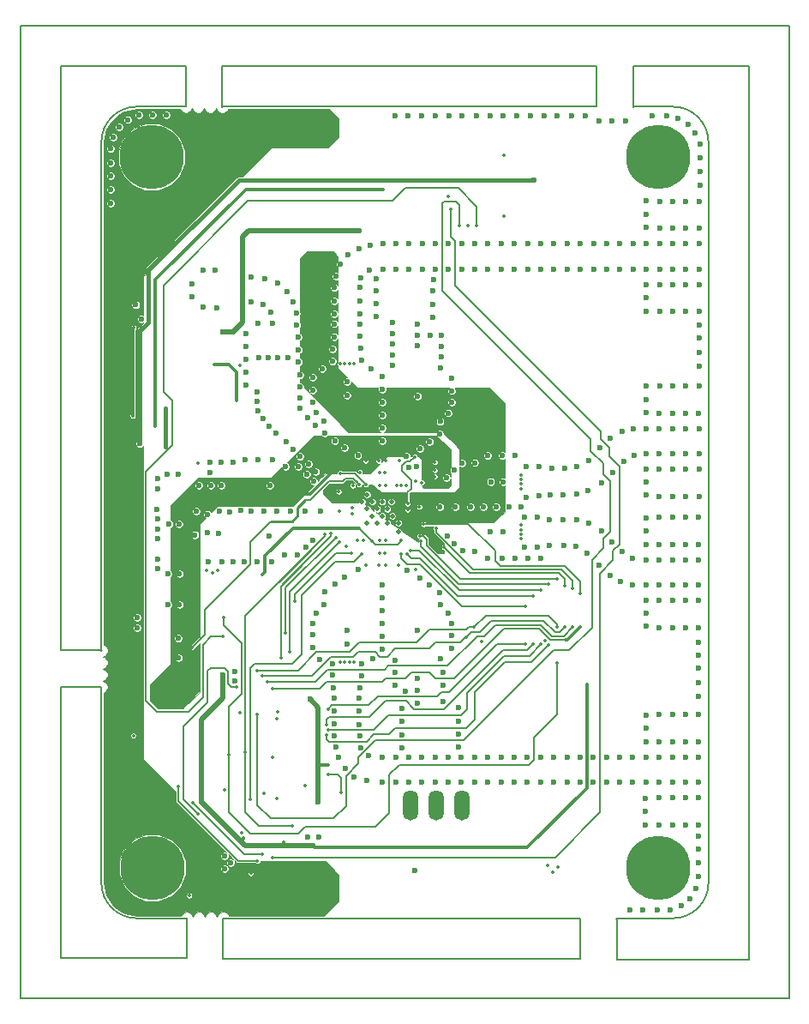
<source format=gbr>
G04 (created by PCBNEW (2013-june-11)-stable) date Tue 10 Oct 2017 05:17:01 PM CEST*
%MOIN*%
G04 Gerber Fmt 3.4, Leading zero omitted, Abs format*
%FSLAX34Y34*%
G01*
G70*
G90*
G04 APERTURE LIST*
%ADD10C,0.00590551*%
%ADD11C,0.00787402*%
%ADD12C,0.023622*%
%ADD13C,0.25*%
%ADD14O,0.06X0.1179*%
%ADD15C,0.019685*%
%ADD16C,0.0137795*%
%ADD17C,0.011811*%
%ADD18C,0.019685*%
%ADD19C,0.0314961*%
%ADD20C,0.015748*%
%ADD21C,0.00984252*%
%ADD22C,0.00393701*%
%ADD23C,0.0011811*%
G04 APERTURE END LIST*
G54D10*
G54D11*
X40574Y-57658D02*
X40583Y-57658D01*
X40574Y-19850D02*
X40574Y-57658D01*
X40575Y-19849D02*
X40575Y-19862D01*
X70460Y-19849D02*
X40575Y-19849D01*
X70460Y-19868D02*
X70460Y-19849D01*
X70460Y-57658D02*
X70460Y-19868D01*
X40575Y-57658D02*
X70460Y-57658D01*
X68894Y-23267D02*
X68906Y-23267D01*
X68890Y-53390D02*
X68902Y-53390D01*
X43087Y-57659D02*
X43087Y-57647D01*
X40561Y-53217D02*
X40573Y-53217D01*
X40565Y-23094D02*
X40577Y-23094D01*
X68472Y-19849D02*
X68472Y-19861D01*
X44228Y-19839D02*
X44228Y-19851D01*
X42134Y-45546D02*
X42132Y-45546D01*
X42134Y-56091D02*
X42134Y-45546D01*
X47037Y-56091D02*
X42134Y-56091D01*
X42132Y-45546D02*
X42132Y-56028D01*
X42140Y-44129D02*
X42137Y-44129D01*
X42140Y-21415D02*
X42140Y-44129D01*
X47009Y-21415D02*
X42140Y-21415D01*
X48421Y-21415D02*
X48421Y-21427D01*
X62986Y-21415D02*
X48421Y-21415D01*
X64402Y-21424D02*
X64402Y-21430D01*
X68891Y-21424D02*
X64402Y-21424D01*
X68891Y-56132D02*
X68891Y-21424D01*
X68891Y-56134D02*
X63758Y-56134D01*
X68891Y-53037D02*
X68891Y-56134D01*
X48452Y-56093D02*
X48452Y-56096D01*
X62337Y-56110D02*
X48453Y-56110D01*
X63753Y-54537D02*
X63753Y-54539D01*
X65949Y-54537D02*
X63753Y-54537D01*
X48423Y-22989D02*
X48423Y-22991D01*
X62988Y-22989D02*
X48423Y-22989D01*
X64404Y-22993D02*
X64404Y-22989D01*
X65944Y-22993D02*
X64404Y-22993D01*
X47009Y-22991D02*
X45088Y-22991D01*
X47037Y-54537D02*
X47037Y-54538D01*
X45099Y-54537D02*
X47037Y-54537D01*
X63759Y-56135D02*
X63759Y-54560D01*
X62336Y-56109D02*
X62336Y-54534D01*
X62337Y-54539D02*
X54171Y-54539D01*
X63754Y-54538D02*
X63754Y-54539D01*
X62986Y-22990D02*
X62986Y-21415D01*
X64402Y-23001D02*
X64402Y-21426D01*
X64403Y-22990D02*
X64403Y-22989D01*
X48453Y-54536D02*
X48453Y-54537D01*
X59734Y-54536D02*
X48453Y-54536D01*
X43713Y-45545D02*
X43715Y-45545D01*
X43713Y-53156D02*
X43713Y-45545D01*
X43714Y-44133D02*
X43715Y-44133D01*
X43714Y-24370D02*
X43714Y-44133D01*
X48424Y-22992D02*
X48424Y-22991D01*
X43722Y-44129D02*
X42147Y-44129D01*
X43704Y-45546D02*
X42129Y-45546D01*
X47035Y-56091D02*
X47035Y-54516D01*
X48452Y-56109D02*
X48452Y-54534D01*
X48421Y-22997D02*
X48421Y-21422D01*
X47007Y-22992D02*
X47007Y-21417D01*
X43713Y-53157D02*
G75*
G03X45091Y-54535I1377J0D01*
G74*
G01*
X65950Y-54536D02*
G75*
G03X67328Y-53158I0J1377D01*
G74*
G01*
X45091Y-22991D02*
G75*
G03X43713Y-24369I0J-1377D01*
G74*
G01*
X67327Y-24370D02*
G75*
G03X65949Y-22992I-1377J0D01*
G74*
G01*
X67328Y-24372D02*
X67328Y-53149D01*
G54D12*
X48497Y-52602D03*
X48750Y-52377D03*
X48507Y-52119D03*
X64888Y-49878D03*
X64887Y-50901D03*
X64887Y-50389D03*
X64903Y-47151D03*
X64903Y-47663D03*
X64904Y-46640D03*
X64901Y-27169D03*
X64901Y-27681D03*
X64902Y-26658D03*
X64907Y-30422D03*
X64907Y-30934D03*
X64908Y-29911D03*
X64907Y-34363D03*
X64907Y-34875D03*
X64908Y-33852D03*
X64901Y-37072D03*
X64900Y-38095D03*
X64900Y-37583D03*
X64907Y-39494D03*
X64907Y-40006D03*
X64908Y-38983D03*
X64909Y-42675D03*
X64909Y-43187D03*
X64910Y-42164D03*
X64283Y-54207D03*
X65838Y-54221D03*
X64775Y-54221D03*
X65326Y-54221D03*
X66938Y-51339D03*
X66938Y-51851D03*
X66938Y-52914D03*
X66938Y-52363D03*
X66852Y-53369D03*
X66615Y-53763D03*
X66271Y-54044D03*
X66944Y-43802D03*
X66943Y-45376D03*
X66943Y-44825D03*
X66943Y-44313D03*
X66943Y-45927D03*
X66957Y-32532D03*
X66957Y-31981D03*
X66957Y-31469D03*
X66957Y-33083D03*
X57739Y-23361D03*
X57227Y-23361D03*
X56715Y-23361D03*
X56164Y-23361D03*
X55141Y-23360D03*
X55653Y-23360D03*
X61439Y-23361D03*
X60927Y-23361D03*
X60415Y-23361D03*
X59864Y-23361D03*
X58290Y-23360D03*
X58841Y-23360D03*
X59353Y-23360D03*
X63058Y-23537D03*
X62541Y-23361D03*
X61990Y-23361D03*
X56624Y-29723D03*
X56621Y-30160D03*
X56619Y-30672D03*
X56619Y-31183D03*
X54414Y-29678D03*
X54412Y-30136D03*
X54410Y-30648D03*
X54410Y-31159D03*
X57604Y-46350D03*
X57605Y-46864D03*
X57603Y-47376D03*
X57603Y-47887D03*
X55401Y-46376D03*
X55402Y-46890D03*
X55400Y-47402D03*
X55400Y-47913D03*
X55913Y-52677D03*
X45267Y-31248D03*
X45051Y-30696D03*
X45102Y-42846D03*
X48905Y-45299D03*
X45102Y-43240D03*
X48905Y-44960D03*
X52137Y-50001D03*
X47590Y-49992D03*
X51822Y-46017D03*
X48433Y-45090D03*
X52172Y-51383D03*
X51739Y-51383D03*
X51952Y-51729D03*
X52370Y-29271D03*
X52114Y-28948D03*
X51858Y-29263D03*
X48440Y-31748D03*
X48850Y-31755D03*
X53342Y-27822D03*
X53748Y-27818D03*
X45216Y-36094D03*
X60552Y-25838D03*
X45897Y-39783D03*
X45897Y-39419D03*
X45897Y-40948D03*
X45897Y-40574D03*
X45885Y-38632D03*
X45889Y-39007D03*
X45889Y-37460D03*
X45889Y-37842D03*
X46720Y-37275D03*
X46287Y-37275D03*
X46728Y-39208D03*
X46354Y-39208D03*
X46307Y-41141D03*
X46755Y-41141D03*
X46721Y-44412D03*
X46715Y-43659D03*
X46755Y-42348D03*
X46316Y-42341D03*
X50066Y-23590D03*
X45704Y-26767D03*
X51913Y-23590D03*
X51842Y-54118D03*
X52240Y-54122D03*
X52248Y-53708D03*
X51850Y-53704D03*
X47157Y-45996D03*
X46775Y-46220D03*
X45893Y-46003D03*
X46775Y-45787D03*
G54D13*
X45694Y-52573D03*
X65381Y-52572D03*
G54D14*
X57734Y-50153D03*
X55734Y-50153D03*
X56734Y-50153D03*
G54D12*
X48149Y-29344D03*
X47223Y-30364D03*
X48189Y-30797D03*
X47667Y-30794D03*
X47223Y-29878D03*
X47662Y-29343D03*
X44750Y-23498D03*
X44406Y-23779D03*
X44169Y-24173D03*
X44083Y-25179D03*
X44083Y-24628D03*
X44083Y-25691D03*
X44083Y-26203D03*
X44083Y-26754D03*
X45695Y-23321D03*
X46246Y-23321D03*
X45183Y-23321D03*
G54D13*
X45676Y-24956D03*
X65363Y-24955D03*
G54D12*
X66997Y-24462D03*
X66997Y-26037D03*
X66997Y-25525D03*
X66997Y-24974D03*
X63569Y-23538D03*
X64120Y-23538D03*
X65690Y-23362D03*
X65139Y-23362D03*
X66145Y-23448D03*
X66539Y-23685D03*
X66820Y-24029D03*
X54042Y-49188D03*
X53553Y-49035D03*
X53190Y-48714D03*
X52953Y-48288D03*
X52822Y-47865D03*
X54095Y-48218D03*
X53801Y-47906D03*
X66948Y-48281D03*
X66948Y-49261D03*
X66946Y-47685D03*
X66948Y-49856D03*
X66950Y-46626D03*
X66948Y-50915D03*
X66436Y-50915D03*
X66438Y-46626D03*
X66436Y-49856D03*
X66434Y-47685D03*
X66436Y-49261D03*
X66436Y-48281D03*
X65412Y-48281D03*
X65412Y-49261D03*
X65411Y-47685D03*
X65412Y-49856D03*
X65415Y-46626D03*
X65412Y-50915D03*
X65924Y-50915D03*
X65927Y-46626D03*
X65924Y-49856D03*
X65923Y-47685D03*
X65924Y-49261D03*
X65924Y-48281D03*
X64898Y-49262D03*
X64898Y-48282D03*
X62332Y-48282D03*
X62332Y-49262D03*
X63358Y-48281D03*
X63358Y-49261D03*
X62846Y-49261D03*
X62846Y-48281D03*
X63870Y-48281D03*
X63870Y-49261D03*
X64382Y-49261D03*
X64382Y-48281D03*
X59256Y-48281D03*
X59256Y-49261D03*
X58744Y-49261D03*
X58744Y-48281D03*
X57720Y-48281D03*
X57720Y-49261D03*
X58232Y-49261D03*
X58232Y-48281D03*
X57206Y-49262D03*
X57206Y-48282D03*
X59772Y-48282D03*
X59772Y-49262D03*
X60798Y-48281D03*
X60798Y-49261D03*
X60286Y-49261D03*
X60286Y-48281D03*
X61310Y-48281D03*
X61310Y-49261D03*
X61822Y-49261D03*
X61822Y-48281D03*
X56695Y-48280D03*
X56695Y-49260D03*
X56183Y-49260D03*
X56183Y-48280D03*
X55159Y-48280D03*
X55159Y-49260D03*
X55671Y-49260D03*
X55671Y-48280D03*
X54645Y-49261D03*
X54645Y-48281D03*
X52776Y-47442D03*
X53756Y-47447D03*
X52775Y-46484D03*
X53755Y-46489D03*
X53755Y-47001D03*
X52775Y-46996D03*
X52775Y-45975D03*
X53755Y-45980D03*
X53756Y-30029D03*
X52776Y-30029D03*
X52776Y-31050D03*
X53756Y-31050D03*
X53756Y-30538D03*
X52776Y-30538D03*
X53757Y-31433D03*
X52777Y-31433D03*
X54656Y-28325D03*
X54656Y-29305D03*
X55682Y-28324D03*
X55682Y-29304D03*
X55170Y-29304D03*
X55170Y-28324D03*
X56194Y-28324D03*
X56194Y-29304D03*
X56706Y-29304D03*
X56706Y-28324D03*
X64388Y-40547D03*
X64381Y-41584D03*
X64897Y-40605D03*
X64897Y-41585D03*
X65923Y-40604D03*
X65923Y-41584D03*
X65922Y-40008D03*
X65923Y-42179D03*
X65926Y-38949D03*
X65923Y-43238D03*
X65411Y-43238D03*
X65414Y-38949D03*
X65411Y-42179D03*
X65410Y-40008D03*
X65411Y-41584D03*
X65411Y-40604D03*
X66435Y-40604D03*
X66435Y-41584D03*
X66433Y-40008D03*
X66435Y-42179D03*
X66437Y-38949D03*
X66435Y-43238D03*
X66947Y-43238D03*
X66949Y-38949D03*
X66947Y-42179D03*
X66945Y-40008D03*
X66947Y-41584D03*
X66947Y-40604D03*
X66957Y-35498D03*
X66957Y-36478D03*
X66955Y-34902D03*
X66957Y-37073D03*
X66959Y-33843D03*
X66957Y-38132D03*
X66445Y-38132D03*
X66447Y-33843D03*
X66445Y-37073D03*
X66443Y-34902D03*
X66445Y-36478D03*
X66445Y-35498D03*
X65421Y-35498D03*
X65421Y-36478D03*
X65420Y-34902D03*
X65421Y-37073D03*
X65424Y-33843D03*
X65421Y-38132D03*
X65933Y-38132D03*
X65936Y-33843D03*
X65933Y-37073D03*
X65932Y-34902D03*
X65933Y-36478D03*
X65933Y-35498D03*
X64907Y-36479D03*
X64907Y-35499D03*
X64437Y-36533D03*
X64416Y-35507D03*
X61833Y-28325D03*
X61833Y-29305D03*
X61321Y-29305D03*
X61321Y-28325D03*
X60297Y-28325D03*
X60297Y-29305D03*
X60809Y-29305D03*
X60809Y-28325D03*
X59783Y-29306D03*
X59783Y-28326D03*
X57217Y-28326D03*
X57217Y-29306D03*
X58243Y-28325D03*
X58243Y-29305D03*
X57731Y-29305D03*
X57731Y-28325D03*
X58755Y-28325D03*
X58755Y-29305D03*
X59267Y-29305D03*
X59267Y-28325D03*
X64393Y-28325D03*
X64393Y-29305D03*
X63881Y-29305D03*
X63881Y-28325D03*
X62857Y-28325D03*
X62857Y-29305D03*
X63369Y-29305D03*
X63369Y-28325D03*
X62343Y-29306D03*
X62343Y-28326D03*
X64909Y-28326D03*
X64909Y-29306D03*
X65935Y-28325D03*
X65935Y-29305D03*
X65934Y-27729D03*
X65935Y-29900D03*
X65938Y-26670D03*
X65935Y-30959D03*
X65423Y-30959D03*
X65426Y-26670D03*
X65423Y-29900D03*
X65422Y-27729D03*
X65423Y-29305D03*
X65423Y-28325D03*
X66447Y-28325D03*
X66447Y-29305D03*
X66445Y-27729D03*
X66447Y-29900D03*
X66449Y-26670D03*
X66447Y-30959D03*
X66959Y-30959D03*
X66961Y-26670D03*
X66959Y-29900D03*
X66957Y-27729D03*
X66959Y-29305D03*
X66959Y-28325D03*
X54127Y-29347D03*
X53815Y-29641D03*
X54168Y-28368D03*
X53745Y-28499D03*
X53319Y-28736D03*
X52998Y-29099D03*
X52845Y-29588D03*
X53262Y-34214D03*
X56018Y-34250D03*
X53689Y-36547D03*
X55587Y-36571D03*
G54D15*
X54049Y-39174D03*
G54D12*
X51648Y-38701D03*
X51945Y-39833D03*
X51661Y-40119D03*
X51065Y-38701D03*
X50232Y-39678D03*
X50261Y-37723D03*
G54D15*
X55034Y-38898D03*
X54640Y-38898D03*
X54443Y-38622D03*
X55270Y-39174D03*
X54640Y-38347D03*
X54049Y-38622D03*
X54246Y-38898D03*
X54837Y-38622D03*
X54049Y-38071D03*
X53852Y-38347D03*
X54246Y-38347D03*
X54994Y-38347D03*
X54443Y-39174D03*
X54837Y-39174D03*
X55270Y-39528D03*
G54D12*
X56017Y-43345D03*
X53261Y-43346D03*
X55590Y-41013D03*
X56885Y-38544D03*
X58857Y-37567D03*
X58850Y-39522D03*
X49539Y-29628D03*
X50073Y-29694D03*
X50562Y-29847D03*
X50925Y-30168D03*
X51162Y-30594D03*
X51293Y-31017D03*
X51320Y-31476D03*
X51387Y-32914D03*
X51430Y-33426D03*
X49531Y-30592D03*
X50020Y-30664D03*
X50314Y-30976D03*
X50365Y-31424D03*
X51388Y-32437D03*
X51373Y-31948D03*
X51428Y-34326D03*
X51435Y-33891D03*
X49788Y-34081D03*
X49803Y-31425D03*
X49796Y-34816D03*
X49285Y-40685D03*
X49785Y-40685D03*
X50353Y-40685D03*
X51339Y-40405D03*
X50850Y-40414D03*
X52248Y-38701D03*
X49554Y-38700D03*
X50054Y-38700D03*
X50554Y-38700D03*
X50881Y-36977D03*
X51370Y-36986D03*
X50384Y-36706D03*
X49816Y-36705D03*
X49316Y-36705D03*
X51692Y-37272D03*
X51976Y-37558D03*
X51928Y-33512D03*
X51927Y-34009D03*
X51925Y-34468D03*
X53173Y-36249D03*
X52791Y-35991D03*
X52385Y-35205D03*
X52072Y-34875D03*
X52393Y-35679D03*
X54639Y-35978D03*
X54639Y-35478D03*
X54639Y-33478D03*
X54639Y-34478D03*
X54639Y-33978D03*
X54639Y-34978D03*
X57346Y-33535D03*
X57347Y-34032D03*
X57349Y-34491D03*
X56101Y-36272D03*
X56483Y-36014D03*
X56889Y-35228D03*
X57202Y-34898D03*
X56881Y-35702D03*
X52396Y-41859D03*
X52075Y-42663D03*
X52388Y-42333D03*
X52794Y-41547D03*
X53176Y-41289D03*
X51928Y-43070D03*
X51930Y-43529D03*
X51931Y-44026D03*
X54638Y-42582D03*
X54638Y-43582D03*
X54638Y-43082D03*
X54638Y-44082D03*
X54638Y-42082D03*
X54638Y-41582D03*
X56884Y-41882D03*
X57205Y-42686D03*
X56892Y-42356D03*
X56486Y-41570D03*
X56104Y-41312D03*
X57352Y-43093D03*
X57350Y-43552D03*
X57349Y-44049D03*
X56894Y-44457D03*
X53690Y-40990D03*
X55125Y-44499D03*
X57156Y-39688D03*
X57440Y-39974D03*
X59817Y-40540D03*
X59317Y-40540D03*
X58748Y-40540D03*
X60817Y-40540D03*
X60317Y-40540D03*
X57762Y-40260D03*
X58251Y-40269D03*
X58579Y-38546D03*
X59079Y-38546D03*
X59579Y-38546D03*
X58233Y-36830D03*
X57744Y-36839D03*
X58730Y-36559D03*
X59299Y-36558D03*
X59799Y-36558D03*
X58067Y-38545D03*
X57422Y-37125D03*
X57138Y-37411D03*
X57485Y-38544D03*
X52054Y-37174D03*
X51764Y-36879D03*
X51442Y-36593D03*
X50494Y-35682D03*
X50890Y-36019D03*
X51180Y-36314D03*
X50233Y-35409D03*
X49996Y-35103D03*
X51455Y-34722D03*
X52054Y-35380D03*
X51753Y-35076D03*
X49337Y-32308D03*
X49337Y-32808D03*
X49337Y-33808D03*
X49337Y-33308D03*
X49337Y-31808D03*
X55978Y-36989D03*
X55662Y-37025D03*
X49788Y-34447D03*
X49829Y-32750D03*
X50209Y-32762D03*
X50583Y-32762D03*
X50983Y-32762D03*
X53265Y-33686D03*
X49130Y-38692D03*
X56008Y-31453D03*
X55029Y-31369D03*
X56938Y-32724D03*
X56893Y-33160D03*
X62674Y-36731D03*
X63099Y-36260D03*
X63503Y-35870D03*
X63966Y-35606D03*
X61663Y-38074D03*
X62219Y-38041D03*
X62652Y-37923D03*
X63183Y-37604D03*
X63603Y-37215D03*
X64023Y-36765D03*
X62215Y-36994D03*
X61743Y-37053D03*
X57006Y-46098D03*
X56018Y-46164D03*
X53263Y-43874D03*
X56017Y-43346D03*
X47833Y-39558D03*
X47865Y-40683D03*
X47963Y-37703D03*
X47501Y-37703D03*
X47414Y-38722D03*
X47845Y-38832D03*
X52750Y-45594D03*
X52699Y-45095D03*
X52697Y-44636D03*
X53831Y-44645D03*
X53833Y-45104D03*
X53777Y-45592D03*
X56019Y-45198D03*
X56014Y-45666D03*
X55134Y-44985D03*
X55128Y-45473D03*
X63905Y-41461D03*
X63508Y-41209D03*
X61690Y-40035D03*
X62182Y-40074D03*
X63988Y-40275D03*
X63588Y-39904D03*
X63168Y-39475D03*
X62678Y-39175D03*
X62208Y-39035D03*
X63084Y-40800D03*
X62620Y-40348D03*
X61668Y-39036D03*
X53802Y-32381D03*
X53775Y-31922D03*
X53840Y-32858D03*
X52699Y-32893D03*
X52713Y-32417D03*
X52781Y-31935D03*
X52310Y-33170D03*
X54200Y-33165D03*
X55029Y-31802D03*
X55031Y-32219D03*
X55024Y-33047D03*
X55029Y-32644D03*
X56003Y-32291D03*
X56001Y-31874D03*
X56937Y-31888D03*
X56939Y-32305D03*
X56501Y-31874D03*
X48382Y-37708D03*
X48850Y-36808D03*
X48387Y-36807D03*
X47931Y-37208D03*
X47934Y-36813D03*
X48403Y-40683D03*
X48830Y-40674D03*
X48285Y-39585D03*
X48297Y-38728D03*
X48721Y-38736D03*
X57004Y-45466D03*
X57010Y-44978D03*
X55541Y-45697D03*
X60182Y-40104D03*
X60682Y-40104D03*
X61150Y-40032D03*
X60668Y-38939D03*
X60168Y-38939D03*
X61145Y-39038D03*
X60238Y-36972D03*
X60738Y-36972D03*
X60029Y-38546D03*
X60236Y-38172D03*
X60738Y-38128D03*
X61233Y-37044D03*
X61179Y-38066D03*
X52221Y-44475D03*
X54279Y-44456D03*
X59342Y-37567D03*
X59350Y-39518D03*
X47353Y-39635D03*
G54D16*
X49988Y-41196D03*
X56687Y-37127D03*
X56687Y-37363D03*
X56687Y-36811D03*
X54246Y-39876D03*
X55388Y-39843D03*
X56604Y-39962D03*
X52658Y-37737D03*
X53845Y-36973D03*
X56398Y-37580D03*
X57025Y-36913D03*
X57230Y-36809D03*
X57109Y-36620D03*
X52526Y-48582D03*
X49232Y-51425D03*
X50800Y-51579D03*
X62590Y-45456D03*
X46370Y-27629D03*
X48964Y-34429D03*
X48118Y-33019D03*
X53000Y-37235D03*
X54009Y-37668D03*
X47467Y-36853D03*
X49102Y-33039D03*
X45802Y-35419D03*
X54657Y-26200D03*
X54502Y-36761D03*
X53991Y-36761D03*
X53990Y-40799D03*
X54501Y-40799D03*
X54777Y-40799D03*
X55288Y-40799D03*
X55289Y-36761D03*
X54778Y-36761D03*
X50379Y-48285D03*
X47255Y-44000D03*
X53744Y-37669D03*
X52531Y-46397D03*
X60196Y-43874D03*
X52484Y-47003D03*
X60503Y-43885D03*
X52480Y-47397D03*
X61118Y-43897D03*
X52539Y-47204D03*
X60811Y-43885D03*
X58503Y-43779D03*
X61732Y-43224D03*
X57893Y-43606D03*
X49972Y-45118D03*
X49775Y-44921D03*
X58212Y-43224D03*
X61425Y-43224D03*
X50169Y-45358D03*
X62039Y-43228D03*
X61783Y-43720D03*
X62346Y-43228D03*
X50366Y-45598D03*
X61437Y-44614D03*
X48464Y-42834D03*
X48661Y-48185D03*
X60196Y-42401D03*
X55369Y-40368D03*
X60503Y-42007D03*
X55599Y-40383D03*
X56137Y-39870D03*
X61118Y-41562D03*
X55742Y-40237D03*
X60811Y-41791D03*
X57051Y-40125D03*
X61732Y-41622D03*
X56102Y-39685D03*
X61425Y-41338D03*
X56728Y-39377D03*
X62039Y-41724D03*
X56249Y-39223D03*
X62346Y-41909D03*
X51240Y-42216D03*
X53434Y-40348D03*
X49185Y-51200D03*
X50562Y-46519D03*
X50539Y-49893D03*
X47484Y-50484D03*
X48988Y-45562D03*
X49984Y-52039D03*
X47263Y-50043D03*
X49775Y-52311D03*
X46692Y-49413D03*
X47126Y-53654D03*
X44957Y-47436D03*
X49523Y-52795D03*
X51633Y-49370D03*
X50030Y-49696D03*
X49511Y-49921D03*
X48511Y-49562D03*
X53854Y-40363D03*
X49303Y-48090D03*
X51153Y-50944D03*
X52415Y-39608D03*
X50527Y-46783D03*
X52984Y-39921D03*
X51051Y-44165D03*
X53043Y-49645D03*
X52555Y-48933D03*
X53529Y-44565D03*
X53358Y-44566D03*
X53167Y-44565D03*
X52995Y-44566D03*
X60968Y-43744D03*
X57972Y-27625D03*
X54746Y-37219D03*
X54533Y-40340D03*
X53533Y-32991D03*
X53362Y-32992D03*
X53171Y-32991D03*
X52999Y-32992D03*
X60042Y-37832D03*
X60041Y-37661D03*
X60042Y-37470D03*
X60041Y-37298D03*
X60045Y-39258D03*
X60046Y-39430D03*
X60045Y-39621D03*
X60046Y-39792D03*
X52947Y-37953D03*
X55191Y-37697D03*
X55388Y-37697D03*
X55585Y-37697D03*
X55939Y-37559D03*
X56175Y-37599D03*
X46190Y-34722D03*
X46189Y-36213D03*
X54758Y-37717D03*
X50366Y-52169D03*
X57314Y-26976D03*
X44930Y-35006D03*
X44968Y-31586D03*
X59358Y-27244D03*
X59362Y-24866D03*
X57208Y-26492D03*
X56077Y-38544D03*
X53892Y-39843D03*
X52986Y-38701D03*
X53656Y-39843D03*
X53774Y-37205D03*
X61088Y-52470D03*
X54522Y-37717D03*
X54530Y-37219D03*
X54758Y-39843D03*
X61481Y-52538D03*
X54522Y-39843D03*
X61282Y-52743D03*
X54749Y-40341D03*
X48448Y-43594D03*
X58307Y-27625D03*
X49090Y-46539D03*
X50877Y-43437D03*
X52824Y-39733D03*
X57641Y-27625D03*
X49787Y-46602D03*
X52644Y-39583D03*
X50692Y-44429D03*
X53498Y-37717D03*
X53459Y-38583D03*
X53459Y-38819D03*
X53228Y-40094D03*
X55624Y-38662D03*
X55951Y-40989D03*
X55908Y-36600D03*
X55624Y-38426D03*
X48043Y-41128D03*
X48253Y-41002D03*
X48043Y-41127D03*
X47793Y-41021D03*
X48253Y-41001D03*
G54D17*
X51171Y-39366D02*
X53734Y-39366D01*
X51171Y-39366D02*
X50088Y-40449D01*
X50088Y-40449D02*
X50088Y-41096D01*
X50088Y-41096D02*
X49988Y-41196D01*
G54D11*
X54247Y-39879D02*
X53734Y-39366D01*
X55389Y-39846D02*
X55237Y-39997D01*
X55237Y-39997D02*
X54365Y-39997D01*
X54365Y-39997D02*
X54247Y-39879D01*
G54D10*
X54365Y-39997D02*
X55231Y-39997D01*
X55231Y-39997D02*
X55389Y-39840D01*
X54247Y-39879D02*
X54365Y-39997D01*
G54D18*
X56604Y-39962D02*
X56604Y-39722D01*
X55763Y-39448D02*
X55578Y-39263D01*
X56330Y-39448D02*
X55763Y-39448D01*
X56604Y-39722D02*
X56330Y-39448D01*
G54D17*
X59000Y-36700D02*
X59000Y-36480D01*
X59000Y-36480D02*
X57736Y-35216D01*
X55129Y-34728D02*
X55330Y-34728D01*
X55511Y-34909D02*
X56897Y-34909D01*
X55330Y-34728D02*
X55511Y-34909D01*
X53275Y-33964D02*
X53007Y-33964D01*
X52370Y-32881D02*
X52370Y-29271D01*
X52704Y-33216D02*
X52370Y-32881D01*
X52704Y-33661D02*
X52704Y-33216D01*
X53007Y-33964D02*
X52704Y-33661D01*
X52761Y-34316D02*
X52248Y-33803D01*
X52015Y-32736D02*
X52114Y-32637D01*
X52015Y-33271D02*
X52015Y-32736D01*
X52248Y-33503D02*
X52015Y-33271D01*
X52248Y-33803D02*
X52248Y-33503D01*
X55618Y-39047D02*
X56893Y-39047D01*
X56893Y-39047D02*
X57181Y-38759D01*
X57181Y-38759D02*
X57181Y-38405D01*
X57181Y-38405D02*
X57287Y-38299D01*
X57287Y-38299D02*
X58496Y-38299D01*
X58496Y-38299D02*
X59090Y-37704D01*
X59090Y-37704D02*
X59090Y-37326D01*
X59090Y-37326D02*
X59000Y-37236D01*
X59000Y-37236D02*
X59000Y-36700D01*
X57736Y-35216D02*
X57204Y-35216D01*
X57204Y-35216D02*
X56897Y-34909D01*
X53389Y-33964D02*
X53275Y-33964D01*
X53275Y-33964D02*
X53047Y-33964D01*
X54153Y-34728D02*
X53389Y-33964D01*
X55129Y-34728D02*
X54153Y-34728D01*
X55594Y-38893D02*
X56283Y-38893D01*
X52114Y-32637D02*
X52114Y-28952D01*
X53669Y-35224D02*
X52761Y-34316D01*
X54905Y-35224D02*
X53669Y-35224D01*
X55141Y-35460D02*
X54905Y-35224D01*
X57267Y-35460D02*
X55141Y-35460D01*
X58610Y-36803D02*
X57267Y-35460D01*
X58610Y-37472D02*
X58610Y-36803D01*
X57976Y-38106D02*
X58610Y-37472D01*
X56704Y-38106D02*
X57976Y-38106D01*
X56484Y-38326D02*
X56704Y-38106D01*
X56484Y-38692D02*
X56484Y-38326D01*
X56283Y-38893D02*
X56484Y-38692D01*
X46988Y-40350D02*
X46988Y-38669D01*
X47604Y-38053D02*
X47027Y-38629D01*
X46988Y-40350D02*
X46988Y-45570D01*
X46988Y-45570D02*
X46775Y-45783D01*
X46988Y-38669D02*
X47027Y-38629D01*
X53845Y-36973D02*
X52916Y-36973D01*
X47606Y-38051D02*
X47604Y-38053D01*
X47604Y-38053D02*
X47082Y-38574D01*
X51838Y-38051D02*
X47606Y-38051D01*
X52916Y-36973D02*
X51838Y-38051D01*
X56735Y-37583D02*
X56878Y-37440D01*
X56878Y-37440D02*
X56878Y-37064D01*
X56878Y-37064D02*
X57026Y-36916D01*
X56399Y-37583D02*
X56735Y-37583D01*
X57026Y-36872D02*
X57026Y-36916D01*
X57026Y-36872D02*
X56174Y-36020D01*
X56174Y-36020D02*
X54980Y-36020D01*
X54980Y-36020D02*
X54024Y-36976D01*
X54024Y-36976D02*
X53846Y-36976D01*
G54D18*
X53342Y-27822D02*
X53744Y-27822D01*
X53744Y-27822D02*
X53748Y-27818D01*
X48440Y-31748D02*
X48842Y-31748D01*
X49425Y-27822D02*
X53334Y-27822D01*
X49200Y-28047D02*
X49425Y-27822D01*
X49200Y-31389D02*
X49200Y-28047D01*
X48842Y-31748D02*
X49200Y-31389D01*
G54D17*
X52526Y-48582D02*
X52149Y-48582D01*
X52149Y-48582D02*
X52137Y-48594D01*
X49232Y-51425D02*
X49232Y-51437D01*
X49232Y-51437D02*
X49129Y-51539D01*
X50800Y-51579D02*
X50800Y-51729D01*
X50807Y-51755D02*
X50807Y-51729D01*
X50807Y-51736D02*
X50807Y-51755D01*
X50800Y-51729D02*
X50807Y-51736D01*
X62590Y-45456D02*
X62590Y-49468D01*
X62590Y-49468D02*
X60287Y-51771D01*
X60287Y-51771D02*
X51993Y-51771D01*
X51993Y-51771D02*
X51952Y-51729D01*
G54D18*
X48433Y-45090D02*
X48433Y-45968D01*
X50807Y-51729D02*
X49320Y-51729D01*
X47590Y-50000D02*
X47590Y-47692D01*
X49320Y-51729D02*
X49129Y-51539D01*
X49129Y-51539D02*
X47590Y-50000D01*
X47590Y-47692D02*
X47590Y-46811D01*
X48433Y-45968D02*
X47590Y-46811D01*
X51952Y-51729D02*
X50807Y-51729D01*
X51822Y-46017D02*
X52137Y-46332D01*
X52137Y-46332D02*
X52137Y-48594D01*
X52137Y-48594D02*
X52137Y-50001D01*
G54D19*
X45598Y-50181D02*
X46251Y-50181D01*
X46251Y-50181D02*
X48169Y-52098D01*
X45059Y-50708D02*
X46145Y-50708D01*
X47677Y-52240D02*
X47677Y-53023D01*
X46145Y-50708D02*
X47677Y-52240D01*
X52240Y-54122D02*
X51846Y-54122D01*
X51846Y-54122D02*
X51842Y-54118D01*
X51850Y-53704D02*
X51850Y-54110D01*
X51850Y-54110D02*
X51842Y-54118D01*
X50066Y-23590D02*
X51913Y-23590D01*
X52248Y-53708D02*
X52248Y-53377D01*
X52248Y-53377D02*
X52070Y-53200D01*
X52070Y-53200D02*
X48618Y-53200D01*
X48618Y-53200D02*
X48169Y-52751D01*
X48169Y-52751D02*
X48169Y-52098D01*
X51913Y-23889D02*
X51913Y-23590D01*
X51759Y-24043D02*
X51913Y-23889D01*
X48913Y-24043D02*
X51759Y-24043D01*
X48263Y-24692D02*
X48913Y-24043D01*
X48263Y-25929D02*
X48263Y-24692D01*
X46948Y-27244D02*
X48263Y-25929D01*
X45330Y-27244D02*
X46948Y-27244D01*
X44637Y-27937D02*
X45330Y-27244D01*
X44637Y-49535D02*
X44637Y-27937D01*
X45283Y-50181D02*
X44637Y-49535D01*
X45598Y-50181D02*
X45283Y-50181D01*
X45704Y-26767D02*
X45023Y-26767D01*
X45023Y-26767D02*
X44122Y-27669D01*
X47740Y-24901D02*
X47740Y-25649D01*
X47740Y-24901D02*
X47740Y-24507D01*
X47740Y-24507D02*
X48657Y-23590D01*
X48657Y-23590D02*
X51913Y-23590D01*
X47740Y-25649D02*
X46622Y-26767D01*
X46622Y-26767D02*
X45704Y-26767D01*
X51850Y-53704D02*
X48358Y-53704D01*
X48358Y-53704D02*
X47677Y-53023D01*
X45059Y-50708D02*
X45031Y-50708D01*
X45031Y-50708D02*
X44122Y-49799D01*
X44122Y-49799D02*
X44122Y-27669D01*
X46862Y-26527D02*
X47740Y-25649D01*
G54D17*
X48118Y-33019D02*
X48685Y-33019D01*
X48964Y-33299D02*
X48964Y-34429D01*
X48685Y-33019D02*
X48964Y-33299D01*
G54D11*
X54010Y-37671D02*
X53879Y-37539D01*
X53577Y-37238D02*
X53001Y-37238D01*
X53879Y-37539D02*
X53577Y-37238D01*
G54D20*
X45216Y-32913D02*
X45216Y-31724D01*
X45555Y-31385D02*
X45555Y-29354D01*
X45216Y-31724D02*
X45555Y-31385D01*
G54D18*
X45216Y-35381D02*
X45216Y-36094D01*
G54D20*
X45216Y-35964D02*
X45216Y-35381D01*
X45216Y-35381D02*
X45216Y-32913D01*
X45555Y-29354D02*
X49070Y-25838D01*
X49070Y-25838D02*
X60552Y-25838D01*
G54D11*
X45216Y-35751D02*
X45216Y-35964D01*
X45216Y-35964D02*
X45216Y-36094D01*
X45216Y-35751D02*
X45216Y-36047D01*
G54D17*
X45802Y-29721D02*
X49322Y-26200D01*
X49322Y-26200D02*
X54657Y-26200D01*
X45802Y-35419D02*
X45802Y-29721D01*
G54D21*
X50314Y-39106D02*
X51143Y-39106D01*
X51354Y-38570D02*
X51636Y-38287D01*
X51354Y-38896D02*
X51354Y-38570D01*
X51143Y-39106D02*
X51354Y-38896D01*
G54D11*
X47748Y-43507D02*
X47255Y-44000D01*
X47748Y-43507D02*
X47748Y-42988D01*
X53744Y-37669D02*
X53744Y-37669D01*
X53744Y-37669D02*
X53519Y-37444D01*
X53519Y-37444D02*
X53200Y-37444D01*
X53200Y-37444D02*
X53094Y-37551D01*
X53094Y-37551D02*
X52574Y-37551D01*
X52574Y-37551D02*
X51838Y-38287D01*
X51838Y-38287D02*
X51636Y-38287D01*
X47748Y-42539D02*
X47748Y-42988D01*
X47748Y-42988D02*
X47748Y-43043D01*
X49492Y-40795D02*
X47748Y-42539D01*
X49492Y-39929D02*
X49492Y-40795D01*
X50314Y-39106D02*
X49492Y-39929D01*
X53626Y-37553D02*
X53745Y-37672D01*
X56457Y-45897D02*
X56784Y-45897D01*
X56926Y-45756D02*
X57228Y-45756D01*
X56784Y-45897D02*
X56926Y-45756D01*
X55953Y-45897D02*
X54466Y-45897D01*
X54466Y-45897D02*
X54104Y-46259D01*
X52669Y-46259D02*
X54104Y-46259D01*
X52531Y-46397D02*
X52669Y-46259D01*
X59110Y-43874D02*
X60196Y-43874D01*
X57228Y-45756D02*
X59110Y-43874D01*
X55953Y-45897D02*
X56457Y-45897D01*
X54032Y-46720D02*
X54152Y-46720D01*
X55869Y-46401D02*
X57031Y-46401D01*
X55557Y-46089D02*
X55869Y-46401D01*
X54784Y-46089D02*
X55557Y-46089D01*
X54152Y-46720D02*
X54784Y-46089D01*
X57031Y-46401D02*
X59330Y-44102D01*
X60503Y-43885D02*
X60287Y-44102D01*
X59330Y-44102D02*
X60287Y-44102D01*
X52484Y-47003D02*
X52484Y-46803D01*
X52566Y-46720D02*
X54032Y-46720D01*
X52484Y-46803D02*
X52566Y-46720D01*
X54702Y-47393D02*
X54891Y-47393D01*
X57894Y-47160D02*
X58230Y-46824D01*
X55125Y-47160D02*
X57894Y-47160D01*
X54891Y-47393D02*
X55125Y-47160D01*
X58230Y-46824D02*
X58230Y-45750D01*
X58230Y-45750D02*
X59397Y-44582D01*
X60433Y-44582D02*
X61118Y-43897D01*
X59397Y-44582D02*
X60433Y-44582D01*
X53515Y-47665D02*
X54039Y-47665D01*
X54311Y-47393D02*
X54702Y-47393D01*
X54039Y-47665D02*
X54311Y-47393D01*
X52480Y-47397D02*
X52480Y-47570D01*
X52574Y-47665D02*
X53515Y-47665D01*
X52480Y-47570D02*
X52574Y-47665D01*
X56990Y-46647D02*
X57703Y-46647D01*
X57928Y-46422D02*
X57928Y-45768D01*
X57703Y-46647D02*
X57928Y-46422D01*
X54018Y-47204D02*
X54298Y-47204D01*
X57928Y-45768D02*
X59362Y-44334D01*
X59362Y-44334D02*
X60362Y-44334D01*
X60362Y-44334D02*
X60811Y-43885D01*
X52539Y-47204D02*
X54018Y-47204D01*
X54298Y-47204D02*
X54856Y-46647D01*
X54856Y-46647D02*
X56990Y-46647D01*
X60409Y-42964D02*
X60909Y-42964D01*
X60909Y-42964D02*
X61358Y-43413D01*
X61732Y-43224D02*
X61724Y-43224D01*
X61535Y-43413D02*
X61358Y-43413D01*
X61724Y-43224D02*
X61535Y-43413D01*
X58433Y-43409D02*
X58090Y-43409D01*
X58877Y-42964D02*
X58433Y-43409D01*
X60409Y-42964D02*
X58877Y-42964D01*
X58090Y-43409D02*
X57893Y-43606D01*
X56059Y-44047D02*
X56460Y-44047D01*
X57685Y-43814D02*
X58090Y-43409D01*
X56692Y-43814D02*
X57685Y-43814D01*
X56460Y-44047D02*
X56692Y-43814D01*
X49972Y-45118D02*
X51905Y-45118D01*
X55141Y-44047D02*
X55909Y-44047D01*
X55909Y-44047D02*
X56059Y-44047D01*
X54822Y-44366D02*
X55141Y-44047D01*
X54551Y-44366D02*
X54822Y-44366D01*
X54362Y-44177D02*
X54551Y-44366D01*
X53712Y-44177D02*
X54362Y-44177D01*
X53511Y-44377D02*
X53712Y-44177D01*
X52645Y-44377D02*
X53511Y-44377D01*
X51905Y-45118D02*
X52645Y-44377D01*
X58212Y-43224D02*
X58019Y-43224D01*
X55216Y-43826D02*
X55972Y-43826D01*
X57917Y-43326D02*
X58019Y-43224D01*
X56472Y-43326D02*
X57917Y-43326D01*
X55972Y-43826D02*
X56472Y-43326D01*
X53000Y-44192D02*
X53366Y-44192D01*
X53732Y-43826D02*
X54460Y-43826D01*
X53366Y-44192D02*
X53732Y-43826D01*
X54460Y-43826D02*
X55216Y-43826D01*
X49775Y-44921D02*
X51358Y-44921D01*
X52086Y-44192D02*
X53000Y-44192D01*
X51358Y-44921D02*
X52086Y-44192D01*
X61425Y-43224D02*
X61425Y-43098D01*
X58669Y-42767D02*
X58212Y-43224D01*
X61094Y-42767D02*
X58669Y-42767D01*
X61425Y-43098D02*
X61094Y-42767D01*
X61421Y-43574D02*
X61248Y-43574D01*
X59027Y-43141D02*
X58594Y-43574D01*
X60814Y-43141D02*
X59027Y-43141D01*
X61248Y-43574D02*
X60814Y-43141D01*
X56889Y-44728D02*
X57169Y-44728D01*
X58322Y-43574D02*
X58594Y-43574D01*
X57169Y-44728D02*
X58322Y-43574D01*
X50169Y-45358D02*
X52031Y-45358D01*
X54885Y-44728D02*
X56889Y-44728D01*
X54740Y-44874D02*
X54885Y-44728D01*
X52515Y-44874D02*
X54740Y-44874D01*
X52031Y-45358D02*
X52515Y-44874D01*
X61692Y-43574D02*
X62039Y-43228D01*
X61421Y-43574D02*
X61692Y-43574D01*
X61429Y-43720D02*
X61169Y-43720D01*
X59370Y-43287D02*
X58937Y-43720D01*
X60736Y-43287D02*
X59370Y-43287D01*
X61169Y-43720D02*
X60736Y-43287D01*
G54D17*
X61854Y-43720D02*
X61783Y-43720D01*
X61854Y-43720D02*
X62346Y-43228D01*
G54D11*
X50366Y-45598D02*
X52220Y-45598D01*
X61854Y-43720D02*
X62346Y-43228D01*
X61429Y-43720D02*
X61854Y-43720D01*
X57437Y-45220D02*
X58937Y-43720D01*
X56708Y-45220D02*
X57437Y-45220D01*
X56472Y-44984D02*
X56708Y-45220D01*
X55763Y-44984D02*
X56472Y-44984D01*
X55547Y-45200D02*
X55763Y-44984D01*
X54767Y-45200D02*
X55547Y-45200D01*
X54633Y-45334D02*
X54767Y-45200D01*
X52484Y-45334D02*
X54633Y-45334D01*
X52220Y-45598D02*
X52484Y-45334D01*
X55267Y-48610D02*
X55311Y-48566D01*
X60543Y-48363D02*
X60543Y-47504D01*
X60340Y-48566D02*
X60543Y-48363D01*
X55311Y-48566D02*
X60340Y-48566D01*
X54366Y-50984D02*
X51645Y-50984D01*
X54917Y-50433D02*
X54366Y-50984D01*
X54917Y-48960D02*
X54917Y-50433D01*
X55267Y-48610D02*
X54917Y-48960D01*
X61437Y-44614D02*
X61437Y-46610D01*
X61437Y-46610D02*
X60543Y-47504D01*
X49161Y-43838D02*
X48464Y-43141D01*
X48464Y-43141D02*
X48464Y-42834D01*
X49161Y-43838D02*
X49161Y-45228D01*
X48661Y-46641D02*
X48661Y-46318D01*
X48661Y-46641D02*
X48661Y-48185D01*
X48661Y-46318D02*
X49161Y-45818D01*
X49161Y-45818D02*
X49161Y-45228D01*
X51645Y-50984D02*
X51377Y-51251D01*
X51377Y-51251D02*
X49511Y-51251D01*
X49511Y-51251D02*
X48661Y-50401D01*
X48661Y-50401D02*
X48661Y-48185D01*
X60196Y-42401D02*
X57755Y-42401D01*
X57755Y-42401D02*
X56119Y-40766D01*
X55370Y-40531D02*
X55605Y-40766D01*
X55605Y-40766D02*
X56119Y-40766D01*
X55370Y-40371D02*
X55370Y-40531D01*
X60503Y-42007D02*
X57587Y-42007D01*
X57587Y-42007D02*
X56121Y-40541D01*
X56121Y-40541D02*
X55757Y-40541D01*
X55757Y-40541D02*
X55599Y-40383D01*
G54D10*
X57587Y-42007D02*
X56121Y-40541D01*
X56121Y-40541D02*
X55757Y-40541D01*
X55757Y-40541D02*
X55599Y-40383D01*
G54D11*
X56137Y-39870D02*
X56137Y-40082D01*
X57618Y-41562D02*
X61118Y-41562D01*
X56137Y-40082D02*
X57618Y-41562D01*
X55742Y-40237D02*
X56087Y-40237D01*
X57641Y-41791D02*
X60811Y-41791D01*
X56087Y-40237D02*
X57641Y-41791D01*
G54D10*
X58279Y-41110D02*
X58035Y-41110D01*
X58035Y-41110D02*
X57051Y-40125D01*
X58035Y-41110D02*
X58279Y-41110D01*
X58279Y-41110D02*
X61507Y-41110D01*
X61507Y-41110D02*
X61732Y-41334D01*
X61732Y-41334D02*
X61732Y-41622D01*
G54D11*
X61425Y-41338D02*
X57661Y-41338D01*
X56248Y-39685D02*
X56102Y-39685D01*
X56362Y-39799D02*
X56248Y-39685D01*
X56362Y-40039D02*
X56362Y-39799D01*
X57661Y-41338D02*
X56362Y-40039D01*
G54D10*
X56728Y-39377D02*
X56728Y-39543D01*
X56728Y-39543D02*
X58169Y-40984D01*
X58169Y-40984D02*
X61606Y-40984D01*
X62039Y-41417D02*
X62039Y-41724D01*
X61606Y-40984D02*
X62039Y-41417D01*
G54D11*
X62346Y-41909D02*
X62346Y-41440D01*
X62346Y-41440D02*
X61748Y-40842D01*
X57986Y-39223D02*
X56249Y-39223D01*
X59023Y-40259D02*
X57986Y-39223D01*
X59023Y-40641D02*
X59023Y-40259D01*
X59224Y-40842D02*
X59023Y-40641D01*
X61748Y-40842D02*
X59224Y-40842D01*
X53434Y-40348D02*
X52828Y-40348D01*
X52828Y-40348D02*
X51240Y-41937D01*
X51240Y-41937D02*
X51240Y-42216D01*
X51240Y-42216D02*
X51240Y-41937D01*
X48988Y-45562D02*
X48783Y-45562D01*
X46917Y-49917D02*
X47484Y-50484D01*
X46917Y-47082D02*
X46917Y-49917D01*
X47838Y-46161D02*
X46917Y-47082D01*
X47838Y-44929D02*
X47838Y-46161D01*
X47960Y-44807D02*
X47838Y-44929D01*
X48515Y-44807D02*
X47960Y-44807D01*
X48641Y-44933D02*
X48515Y-44807D01*
X48641Y-45421D02*
X48641Y-44933D01*
X48783Y-45562D02*
X48641Y-45421D01*
X49259Y-52039D02*
X49984Y-52039D01*
X47263Y-50043D02*
X49259Y-52039D01*
X46692Y-49413D02*
X46692Y-49972D01*
X49031Y-52311D02*
X49775Y-52311D01*
X46692Y-49972D02*
X49031Y-52311D01*
X49511Y-49129D02*
X49511Y-49921D01*
X51496Y-43177D02*
X51496Y-44283D01*
X49511Y-44803D02*
X49511Y-49129D01*
X49669Y-44645D02*
X49511Y-44803D01*
X51133Y-44645D02*
X49669Y-44645D01*
X51496Y-44283D02*
X51133Y-44645D01*
X52803Y-40681D02*
X51496Y-41988D01*
X51496Y-41988D02*
X51496Y-43177D01*
X53540Y-40681D02*
X52803Y-40681D01*
X52916Y-40681D02*
X53540Y-40681D01*
X53540Y-40681D02*
X53855Y-40366D01*
G54D10*
X53540Y-40681D02*
X52916Y-40681D01*
X53855Y-40366D02*
X53540Y-40681D01*
G54D11*
X51153Y-50944D02*
X49846Y-50944D01*
X49846Y-50944D02*
X49303Y-50401D01*
X49303Y-50401D02*
X49303Y-48090D01*
X50771Y-41326D02*
X49303Y-42795D01*
X49303Y-50401D02*
X49846Y-50944D01*
X49303Y-42795D02*
X49303Y-50401D01*
X52415Y-39683D02*
X50771Y-41326D01*
X52415Y-39608D02*
X52415Y-39683D01*
X50624Y-41471D02*
X52416Y-39679D01*
X52416Y-39679D02*
X52416Y-39611D01*
G54D22*
X52416Y-39679D02*
X52416Y-39611D01*
X50624Y-41471D02*
X52416Y-39679D01*
G54D11*
X51051Y-44165D02*
X51051Y-41855D01*
X52985Y-39921D02*
X51111Y-41796D01*
X51051Y-41855D02*
X51111Y-41796D01*
X53043Y-49645D02*
X53043Y-49074D01*
X52901Y-48933D02*
X52555Y-48933D01*
X53043Y-49074D02*
X52901Y-48933D01*
G54D20*
X46190Y-34722D02*
X46190Y-36212D01*
X46190Y-36212D02*
X46189Y-36213D01*
G54D11*
X57314Y-28059D02*
X57472Y-28216D01*
X57472Y-28216D02*
X57472Y-29948D01*
X57472Y-29948D02*
X63125Y-35602D01*
X63125Y-35602D02*
X63125Y-35901D01*
X63125Y-35901D02*
X63476Y-36251D01*
X63476Y-36251D02*
X63476Y-36582D01*
X63476Y-36582D02*
X63858Y-36964D01*
X63858Y-36964D02*
X63858Y-40019D01*
X63858Y-40019D02*
X63618Y-40259D01*
X63618Y-40259D02*
X63618Y-40622D01*
X63618Y-40622D02*
X63106Y-41133D01*
X63106Y-41133D02*
X63106Y-50425D01*
X63106Y-50425D02*
X61362Y-52169D01*
X61362Y-52169D02*
X50366Y-52169D01*
X57314Y-26976D02*
X57314Y-28059D01*
G54D17*
X44930Y-35006D02*
X44930Y-31625D01*
X44930Y-31625D02*
X44968Y-31586D01*
G54D11*
X47657Y-45956D02*
X47657Y-43909D01*
X47972Y-43594D02*
X48448Y-43594D01*
X47657Y-43909D02*
X47972Y-43594D01*
X47110Y-46503D02*
X45885Y-46503D01*
X47657Y-45956D02*
X47110Y-46503D01*
X58307Y-27625D02*
X58307Y-26874D01*
X58307Y-26874D02*
X57590Y-26157D01*
X57590Y-26157D02*
X55535Y-26157D01*
X55535Y-26157D02*
X55043Y-26649D01*
X55043Y-26649D02*
X49417Y-26649D01*
X49417Y-26649D02*
X46129Y-29937D01*
X46129Y-29937D02*
X46129Y-34066D01*
X46129Y-34066D02*
X46468Y-34405D01*
X46468Y-34405D02*
X46468Y-36161D01*
X46468Y-36161D02*
X45448Y-37181D01*
X45448Y-37181D02*
X45448Y-46066D01*
X45448Y-46066D02*
X45885Y-46503D01*
X50877Y-43437D02*
X50877Y-41680D01*
X52824Y-39733D02*
X50877Y-41680D01*
G54D10*
X52825Y-39736D02*
X50910Y-41651D01*
G54D11*
X57897Y-47519D02*
X57814Y-47602D01*
X53720Y-48267D02*
X53720Y-48515D01*
X54385Y-47602D02*
X53720Y-48267D01*
X57814Y-47602D02*
X54385Y-47602D01*
X61303Y-44114D02*
X57897Y-47519D01*
X61913Y-44114D02*
X61303Y-44114D01*
X62791Y-43236D02*
X61913Y-44114D01*
X62791Y-40606D02*
X62791Y-43236D01*
X63236Y-40161D02*
X62791Y-40606D01*
X63236Y-39787D02*
X63236Y-40161D01*
X63519Y-39503D02*
X63236Y-39787D01*
X63519Y-37562D02*
X63519Y-39503D01*
X63224Y-37267D02*
X63519Y-37562D01*
X63224Y-36858D02*
X63224Y-37267D01*
X62748Y-36381D02*
X63224Y-36858D01*
X62748Y-35929D02*
X62748Y-36381D01*
X56980Y-30161D02*
X62748Y-35929D01*
X56980Y-26736D02*
X56980Y-30161D01*
X57047Y-26669D02*
X56980Y-26736D01*
X57500Y-26669D02*
X57047Y-26669D01*
X57641Y-26811D02*
X57500Y-26669D01*
X53236Y-49000D02*
X53236Y-50173D01*
X53720Y-48515D02*
X53236Y-49000D01*
X57641Y-27625D02*
X57641Y-26811D01*
X52751Y-50657D02*
X50303Y-50657D01*
X53236Y-50173D02*
X52751Y-50657D01*
X49787Y-50141D02*
X49787Y-46602D01*
X50303Y-50657D02*
X49787Y-50141D01*
X50692Y-44429D02*
X50692Y-41631D01*
X52644Y-39583D02*
X52644Y-39679D01*
X52644Y-39679D02*
X50692Y-41631D01*
G54D10*
X52645Y-39586D02*
X52645Y-39680D01*
X52645Y-39680D02*
X50782Y-41544D01*
G54D11*
X55621Y-38422D02*
X55621Y-37969D01*
X55621Y-37969D02*
X55759Y-37831D01*
X55567Y-37310D02*
X55407Y-37150D01*
X55407Y-37150D02*
X55407Y-36942D01*
X55407Y-36942D02*
X55556Y-36793D01*
X55556Y-36793D02*
X55719Y-36793D01*
X55719Y-36793D02*
X55909Y-36603D01*
X55759Y-37501D02*
X55759Y-37831D01*
X55567Y-37310D02*
X55759Y-37501D01*
G54D10*
G36*
X57298Y-37709D02*
X57198Y-37809D01*
X56801Y-37809D01*
X56801Y-37340D01*
X56801Y-37104D01*
X56801Y-37104D01*
X56801Y-36789D01*
X56784Y-36747D01*
X56752Y-36715D01*
X56710Y-36697D01*
X56664Y-36697D01*
X56647Y-36705D01*
X56647Y-35981D01*
X56622Y-35921D01*
X56576Y-35875D01*
X56516Y-35850D01*
X56451Y-35850D01*
X56391Y-35875D01*
X56345Y-35921D01*
X56320Y-35981D01*
X56320Y-36046D01*
X56345Y-36106D01*
X56391Y-36152D01*
X56451Y-36177D01*
X56516Y-36177D01*
X56576Y-36152D01*
X56622Y-36106D01*
X56647Y-36046D01*
X56647Y-35981D01*
X56647Y-36705D01*
X56622Y-36715D01*
X56590Y-36747D01*
X56573Y-36789D01*
X56573Y-36834D01*
X56590Y-36876D01*
X56622Y-36908D01*
X56664Y-36926D01*
X56710Y-36926D01*
X56752Y-36908D01*
X56784Y-36876D01*
X56801Y-36834D01*
X56801Y-36789D01*
X56801Y-37104D01*
X56784Y-37062D01*
X56752Y-37030D01*
X56710Y-37013D01*
X56665Y-37013D01*
X56623Y-37030D01*
X56591Y-37062D01*
X56573Y-37104D01*
X56573Y-37149D01*
X56590Y-37191D01*
X56623Y-37223D01*
X56664Y-37241D01*
X56710Y-37241D01*
X56752Y-37224D01*
X56784Y-37191D01*
X56801Y-37150D01*
X56801Y-37104D01*
X56801Y-37340D01*
X56784Y-37298D01*
X56752Y-37266D01*
X56710Y-37249D01*
X56665Y-37249D01*
X56623Y-37266D01*
X56591Y-37298D01*
X56573Y-37340D01*
X56573Y-37385D01*
X56590Y-37427D01*
X56623Y-37459D01*
X56664Y-37477D01*
X56710Y-37477D01*
X56752Y-37460D01*
X56784Y-37427D01*
X56801Y-37386D01*
X56801Y-37340D01*
X56801Y-37809D01*
X56252Y-37809D01*
X56167Y-37724D01*
X56167Y-37713D01*
X56198Y-37713D01*
X56240Y-37696D01*
X56272Y-37664D01*
X56289Y-37622D01*
X56289Y-37576D01*
X56272Y-37534D01*
X56265Y-37527D01*
X56265Y-36239D01*
X56240Y-36179D01*
X56194Y-36133D01*
X56134Y-36108D01*
X56069Y-36108D01*
X56009Y-36133D01*
X55963Y-36179D01*
X55938Y-36239D01*
X55938Y-36304D01*
X55963Y-36364D01*
X56009Y-36410D01*
X56069Y-36435D01*
X56134Y-36435D01*
X56194Y-36410D01*
X56240Y-36364D01*
X56265Y-36304D01*
X56265Y-36239D01*
X56265Y-37527D01*
X56240Y-37502D01*
X56198Y-37485D01*
X56167Y-37485D01*
X56167Y-36706D01*
X56035Y-36574D01*
X56021Y-36574D01*
X56005Y-36535D01*
X55973Y-36503D01*
X55931Y-36486D01*
X55886Y-36486D01*
X55844Y-36503D01*
X55812Y-36535D01*
X55795Y-36574D01*
X55751Y-36574D01*
X55751Y-36538D01*
X55726Y-36478D01*
X55680Y-36432D01*
X55620Y-36407D01*
X55555Y-36407D01*
X55495Y-36432D01*
X55449Y-36478D01*
X55424Y-36538D01*
X55424Y-36574D01*
X54834Y-36574D01*
X54803Y-36605D01*
X54803Y-35946D01*
X54778Y-35886D01*
X54732Y-35840D01*
X54672Y-35815D01*
X54607Y-35815D01*
X54547Y-35839D01*
X54501Y-35885D01*
X54476Y-35945D01*
X54476Y-36010D01*
X54501Y-36070D01*
X54547Y-36116D01*
X54607Y-36141D01*
X54672Y-36141D01*
X54732Y-36117D01*
X54778Y-36071D01*
X54803Y-36011D01*
X54803Y-35946D01*
X54803Y-36605D01*
X54761Y-36647D01*
X54756Y-36647D01*
X54714Y-36664D01*
X54682Y-36696D01*
X54664Y-36738D01*
X54664Y-36744D01*
X54611Y-36797D01*
X54616Y-36784D01*
X54616Y-36738D01*
X54599Y-36696D01*
X54567Y-36664D01*
X54525Y-36647D01*
X54480Y-36647D01*
X54438Y-36664D01*
X54406Y-36696D01*
X54388Y-36738D01*
X54388Y-36783D01*
X54405Y-36825D01*
X54438Y-36857D01*
X54479Y-36875D01*
X54525Y-36875D01*
X54538Y-36869D01*
X54169Y-37239D01*
X54105Y-37239D01*
X54105Y-36738D01*
X54088Y-36696D01*
X54056Y-36664D01*
X54014Y-36647D01*
X53969Y-36647D01*
X53927Y-36664D01*
X53895Y-36696D01*
X53877Y-36738D01*
X53877Y-36783D01*
X53894Y-36825D01*
X53927Y-36857D01*
X53968Y-36875D01*
X54014Y-36875D01*
X54056Y-36858D01*
X54088Y-36825D01*
X54105Y-36784D01*
X54105Y-36738D01*
X54105Y-37239D01*
X53883Y-37239D01*
X53888Y-37228D01*
X53888Y-37183D01*
X53871Y-37141D01*
X53853Y-37123D01*
X53853Y-36514D01*
X53828Y-36454D01*
X53782Y-36408D01*
X53722Y-36383D01*
X53657Y-36383D01*
X53597Y-36408D01*
X53551Y-36454D01*
X53526Y-36514D01*
X53526Y-36579D01*
X53551Y-36639D01*
X53597Y-36685D01*
X53657Y-36710D01*
X53722Y-36710D01*
X53782Y-36685D01*
X53828Y-36639D01*
X53853Y-36579D01*
X53853Y-36514D01*
X53853Y-37123D01*
X53838Y-37108D01*
X53797Y-37091D01*
X53751Y-37091D01*
X53709Y-37108D01*
X53677Y-37140D01*
X53660Y-37182D01*
X53660Y-37200D01*
X53637Y-37178D01*
X53609Y-37159D01*
X53577Y-37153D01*
X53337Y-37153D01*
X53337Y-36216D01*
X53312Y-36156D01*
X53266Y-36110D01*
X53206Y-36085D01*
X53141Y-36085D01*
X53081Y-36110D01*
X53035Y-36156D01*
X53010Y-36216D01*
X53010Y-36281D01*
X53035Y-36341D01*
X53081Y-36387D01*
X53141Y-36412D01*
X53206Y-36412D01*
X53266Y-36387D01*
X53312Y-36341D01*
X53337Y-36281D01*
X53337Y-36216D01*
X53337Y-37153D01*
X53079Y-37153D01*
X53064Y-37138D01*
X53022Y-37120D01*
X52977Y-37120D01*
X52955Y-37129D01*
X52955Y-35958D01*
X52930Y-35898D01*
X52884Y-35852D01*
X52824Y-35827D01*
X52759Y-35827D01*
X52699Y-35852D01*
X52653Y-35898D01*
X52628Y-35958D01*
X52628Y-36023D01*
X52653Y-36083D01*
X52699Y-36129D01*
X52759Y-36154D01*
X52824Y-36154D01*
X52884Y-36129D01*
X52930Y-36083D01*
X52955Y-36023D01*
X52955Y-35958D01*
X52955Y-37129D01*
X52935Y-37138D01*
X52903Y-37170D01*
X52885Y-37212D01*
X52885Y-37239D01*
X52440Y-37239D01*
X52218Y-37461D01*
X52218Y-37141D01*
X52193Y-37081D01*
X52147Y-37035D01*
X52087Y-37010D01*
X52022Y-37010D01*
X51962Y-37035D01*
X51928Y-37069D01*
X51928Y-36846D01*
X51903Y-36786D01*
X51857Y-36740D01*
X51797Y-36715D01*
X51732Y-36715D01*
X51672Y-36740D01*
X51626Y-36786D01*
X51606Y-36835D01*
X51606Y-36560D01*
X51581Y-36500D01*
X51535Y-36454D01*
X51475Y-36429D01*
X51410Y-36429D01*
X51350Y-36454D01*
X51304Y-36500D01*
X51279Y-36560D01*
X51279Y-36625D01*
X51304Y-36685D01*
X51350Y-36731D01*
X51410Y-36756D01*
X51475Y-36756D01*
X51535Y-36731D01*
X51581Y-36685D01*
X51606Y-36625D01*
X51606Y-36560D01*
X51606Y-36835D01*
X51601Y-36846D01*
X51601Y-36911D01*
X51626Y-36971D01*
X51672Y-37017D01*
X51732Y-37042D01*
X51797Y-37042D01*
X51857Y-37017D01*
X51903Y-36971D01*
X51928Y-36911D01*
X51928Y-36846D01*
X51928Y-37069D01*
X51916Y-37081D01*
X51891Y-37141D01*
X51891Y-37206D01*
X51916Y-37266D01*
X51962Y-37312D01*
X52022Y-37337D01*
X52087Y-37337D01*
X52147Y-37312D01*
X52193Y-37266D01*
X52218Y-37206D01*
X52218Y-37141D01*
X52218Y-37461D01*
X52140Y-37539D01*
X52140Y-37525D01*
X52115Y-37465D01*
X52069Y-37419D01*
X52009Y-37394D01*
X51944Y-37394D01*
X51884Y-37419D01*
X51856Y-37447D01*
X51856Y-37239D01*
X51831Y-37179D01*
X51785Y-37133D01*
X51725Y-37108D01*
X51660Y-37108D01*
X51600Y-37133D01*
X51554Y-37179D01*
X51534Y-37228D01*
X51534Y-36953D01*
X51509Y-36893D01*
X51463Y-36847D01*
X51403Y-36822D01*
X51338Y-36822D01*
X51278Y-36847D01*
X51232Y-36893D01*
X51207Y-36953D01*
X51207Y-37018D01*
X51232Y-37078D01*
X51278Y-37124D01*
X51338Y-37149D01*
X51403Y-37149D01*
X51463Y-37124D01*
X51509Y-37078D01*
X51534Y-37018D01*
X51534Y-36953D01*
X51534Y-37228D01*
X51529Y-37239D01*
X51529Y-37304D01*
X51554Y-37364D01*
X51600Y-37410D01*
X51660Y-37435D01*
X51725Y-37435D01*
X51785Y-37410D01*
X51831Y-37364D01*
X51856Y-37304D01*
X51856Y-37239D01*
X51856Y-37447D01*
X51838Y-37465D01*
X51813Y-37525D01*
X51813Y-37590D01*
X51838Y-37650D01*
X51884Y-37696D01*
X51944Y-37721D01*
X51958Y-37721D01*
X51171Y-38508D01*
X50425Y-38508D01*
X50425Y-37690D01*
X50400Y-37630D01*
X50354Y-37584D01*
X50294Y-37559D01*
X50229Y-37559D01*
X50169Y-37584D01*
X50123Y-37630D01*
X50098Y-37690D01*
X50098Y-37755D01*
X50123Y-37815D01*
X50169Y-37861D01*
X50229Y-37886D01*
X50294Y-37886D01*
X50354Y-37861D01*
X50400Y-37815D01*
X50425Y-37755D01*
X50425Y-37690D01*
X50425Y-38508D01*
X48545Y-38508D01*
X48545Y-37676D01*
X48520Y-37616D01*
X48474Y-37570D01*
X48414Y-37545D01*
X48349Y-37545D01*
X48289Y-37570D01*
X48243Y-37616D01*
X48218Y-37676D01*
X48218Y-37741D01*
X48243Y-37801D01*
X48289Y-37847D01*
X48349Y-37872D01*
X48414Y-37872D01*
X48474Y-37847D01*
X48520Y-37801D01*
X48545Y-37741D01*
X48545Y-37676D01*
X48545Y-38508D01*
X48247Y-38508D01*
X48126Y-38629D01*
X48126Y-37671D01*
X48101Y-37611D01*
X48055Y-37565D01*
X47995Y-37540D01*
X47930Y-37540D01*
X47870Y-37565D01*
X47824Y-37611D01*
X47799Y-37671D01*
X47799Y-37736D01*
X47824Y-37796D01*
X47870Y-37842D01*
X47930Y-37867D01*
X47995Y-37867D01*
X48055Y-37842D01*
X48101Y-37796D01*
X48126Y-37736D01*
X48126Y-37671D01*
X48126Y-38629D01*
X47993Y-38762D01*
X47983Y-38739D01*
X47937Y-38693D01*
X47877Y-38668D01*
X47812Y-38668D01*
X47752Y-38693D01*
X47706Y-38739D01*
X47681Y-38799D01*
X47681Y-38864D01*
X47706Y-38924D01*
X47752Y-38970D01*
X47775Y-38980D01*
X47664Y-39091D01*
X47664Y-37671D01*
X47639Y-37611D01*
X47593Y-37565D01*
X47533Y-37540D01*
X47468Y-37540D01*
X47408Y-37564D01*
X47362Y-37610D01*
X47337Y-37670D01*
X47337Y-37735D01*
X47362Y-37795D01*
X47408Y-37841D01*
X47468Y-37866D01*
X47533Y-37866D01*
X47593Y-37842D01*
X47639Y-37796D01*
X47664Y-37736D01*
X47664Y-37671D01*
X47664Y-39091D01*
X47577Y-39177D01*
X47577Y-38690D01*
X47553Y-38630D01*
X47507Y-38584D01*
X47447Y-38559D01*
X47382Y-38559D01*
X47322Y-38583D01*
X47276Y-38629D01*
X47251Y-38689D01*
X47251Y-38754D01*
X47275Y-38814D01*
X47321Y-38860D01*
X47381Y-38885D01*
X47446Y-38885D01*
X47506Y-38861D01*
X47552Y-38815D01*
X47577Y-38755D01*
X47577Y-38690D01*
X47577Y-39177D01*
X47538Y-39217D01*
X47538Y-43598D01*
X47516Y-43619D01*
X47516Y-39602D01*
X47491Y-39542D01*
X47445Y-39496D01*
X47385Y-39471D01*
X47320Y-39471D01*
X47260Y-39496D01*
X47214Y-39542D01*
X47189Y-39602D01*
X47189Y-39667D01*
X47214Y-39727D01*
X47260Y-39773D01*
X47320Y-39798D01*
X47385Y-39798D01*
X47445Y-39773D01*
X47491Y-39727D01*
X47516Y-39667D01*
X47516Y-39602D01*
X47516Y-43619D01*
X47250Y-43885D01*
X47233Y-43885D01*
X47191Y-43903D01*
X47159Y-43935D01*
X47141Y-43977D01*
X47141Y-44022D01*
X47159Y-44064D01*
X47191Y-44096D01*
X47233Y-44114D01*
X47278Y-44114D01*
X47320Y-44096D01*
X47352Y-44064D01*
X47370Y-44022D01*
X47370Y-44005D01*
X47538Y-43837D01*
X47538Y-45739D01*
X46919Y-46358D01*
X46919Y-41109D01*
X46894Y-41049D01*
X46891Y-41046D01*
X46891Y-39176D01*
X46866Y-39116D01*
X46821Y-39070D01*
X46760Y-39045D01*
X46695Y-39045D01*
X46635Y-39070D01*
X46589Y-39115D01*
X46564Y-39176D01*
X46564Y-39241D01*
X46589Y-39301D01*
X46635Y-39347D01*
X46695Y-39372D01*
X46760Y-39372D01*
X46820Y-39347D01*
X46866Y-39301D01*
X46891Y-39241D01*
X46891Y-39176D01*
X46891Y-41046D01*
X46848Y-41003D01*
X46788Y-40978D01*
X46723Y-40978D01*
X46663Y-41003D01*
X46617Y-41049D01*
X46592Y-41109D01*
X46592Y-41174D01*
X46617Y-41234D01*
X46663Y-41280D01*
X46723Y-41305D01*
X46788Y-41305D01*
X46848Y-41280D01*
X46894Y-41234D01*
X46919Y-41174D01*
X46919Y-41109D01*
X46919Y-46358D01*
X46918Y-46359D01*
X46918Y-42315D01*
X46893Y-42255D01*
X46847Y-42209D01*
X46787Y-42184D01*
X46722Y-42184D01*
X46662Y-42209D01*
X46616Y-42255D01*
X46591Y-42315D01*
X46591Y-42380D01*
X46616Y-42440D01*
X46662Y-42486D01*
X46722Y-42511D01*
X46787Y-42511D01*
X46847Y-42486D01*
X46893Y-42440D01*
X46918Y-42380D01*
X46918Y-42315D01*
X46918Y-46359D01*
X46897Y-46380D01*
X46885Y-46380D01*
X46885Y-44379D01*
X46879Y-44365D01*
X46879Y-43626D01*
X46854Y-43566D01*
X46808Y-43520D01*
X46748Y-43495D01*
X46683Y-43495D01*
X46623Y-43520D01*
X46577Y-43566D01*
X46552Y-43626D01*
X46552Y-43691D01*
X46577Y-43751D01*
X46623Y-43797D01*
X46683Y-43822D01*
X46748Y-43822D01*
X46808Y-43797D01*
X46854Y-43751D01*
X46879Y-43691D01*
X46879Y-43626D01*
X46879Y-44365D01*
X46860Y-44319D01*
X46814Y-44273D01*
X46754Y-44248D01*
X46689Y-44248D01*
X46629Y-44273D01*
X46583Y-44319D01*
X46558Y-44379D01*
X46558Y-44444D01*
X46583Y-44504D01*
X46629Y-44550D01*
X46689Y-44575D01*
X46754Y-44575D01*
X46814Y-44550D01*
X46860Y-44504D01*
X46885Y-44444D01*
X46885Y-44379D01*
X46885Y-46380D01*
X45904Y-46380D01*
X45617Y-46093D01*
X45617Y-45443D01*
X46405Y-44655D01*
X46405Y-42481D01*
X46408Y-42479D01*
X46454Y-42433D01*
X46479Y-42373D01*
X46479Y-42308D01*
X46454Y-42248D01*
X46409Y-42202D01*
X46405Y-42201D01*
X46405Y-41273D01*
X46445Y-41234D01*
X46470Y-41174D01*
X46470Y-41109D01*
X46445Y-41049D01*
X46405Y-41009D01*
X46405Y-39364D01*
X46446Y-39347D01*
X46492Y-39301D01*
X46517Y-39241D01*
X46517Y-39176D01*
X46492Y-39116D01*
X46447Y-39070D01*
X46405Y-39053D01*
X46405Y-38491D01*
X47472Y-37424D01*
X50320Y-37424D01*
X50723Y-37021D01*
X50743Y-37069D01*
X50789Y-37115D01*
X50849Y-37140D01*
X50914Y-37140D01*
X50974Y-37115D01*
X51020Y-37069D01*
X51045Y-37009D01*
X51045Y-36944D01*
X51020Y-36884D01*
X50974Y-36838D01*
X50926Y-36818D01*
X51974Y-35770D01*
X52254Y-35770D01*
X52255Y-35771D01*
X52301Y-35817D01*
X52361Y-35842D01*
X52426Y-35842D01*
X52486Y-35817D01*
X52532Y-35771D01*
X52532Y-35770D01*
X54313Y-35770D01*
X54313Y-35770D01*
X54313Y-35770D01*
X56733Y-35770D01*
X56743Y-35794D01*
X56789Y-35840D01*
X56849Y-35865D01*
X56855Y-35865D01*
X57298Y-36308D01*
X57298Y-37018D01*
X57284Y-37032D01*
X57259Y-37092D01*
X57259Y-37157D01*
X57284Y-37217D01*
X57298Y-37231D01*
X57298Y-37368D01*
X57277Y-37318D01*
X57231Y-37272D01*
X57171Y-37247D01*
X57106Y-37247D01*
X57046Y-37272D01*
X57000Y-37318D01*
X56975Y-37378D01*
X56975Y-37443D01*
X57000Y-37503D01*
X57046Y-37549D01*
X57106Y-37574D01*
X57171Y-37574D01*
X57231Y-37549D01*
X57277Y-37503D01*
X57298Y-37453D01*
X57298Y-37709D01*
X57298Y-37709D01*
G37*
G54D23*
X57298Y-37709D02*
X57198Y-37809D01*
X56801Y-37809D01*
X56801Y-37340D01*
X56801Y-37104D01*
X56801Y-37104D01*
X56801Y-36789D01*
X56784Y-36747D01*
X56752Y-36715D01*
X56710Y-36697D01*
X56664Y-36697D01*
X56647Y-36705D01*
X56647Y-35981D01*
X56622Y-35921D01*
X56576Y-35875D01*
X56516Y-35850D01*
X56451Y-35850D01*
X56391Y-35875D01*
X56345Y-35921D01*
X56320Y-35981D01*
X56320Y-36046D01*
X56345Y-36106D01*
X56391Y-36152D01*
X56451Y-36177D01*
X56516Y-36177D01*
X56576Y-36152D01*
X56622Y-36106D01*
X56647Y-36046D01*
X56647Y-35981D01*
X56647Y-36705D01*
X56622Y-36715D01*
X56590Y-36747D01*
X56573Y-36789D01*
X56573Y-36834D01*
X56590Y-36876D01*
X56622Y-36908D01*
X56664Y-36926D01*
X56710Y-36926D01*
X56752Y-36908D01*
X56784Y-36876D01*
X56801Y-36834D01*
X56801Y-36789D01*
X56801Y-37104D01*
X56784Y-37062D01*
X56752Y-37030D01*
X56710Y-37013D01*
X56665Y-37013D01*
X56623Y-37030D01*
X56591Y-37062D01*
X56573Y-37104D01*
X56573Y-37149D01*
X56590Y-37191D01*
X56623Y-37223D01*
X56664Y-37241D01*
X56710Y-37241D01*
X56752Y-37224D01*
X56784Y-37191D01*
X56801Y-37150D01*
X56801Y-37104D01*
X56801Y-37340D01*
X56784Y-37298D01*
X56752Y-37266D01*
X56710Y-37249D01*
X56665Y-37249D01*
X56623Y-37266D01*
X56591Y-37298D01*
X56573Y-37340D01*
X56573Y-37385D01*
X56590Y-37427D01*
X56623Y-37459D01*
X56664Y-37477D01*
X56710Y-37477D01*
X56752Y-37460D01*
X56784Y-37427D01*
X56801Y-37386D01*
X56801Y-37340D01*
X56801Y-37809D01*
X56252Y-37809D01*
X56167Y-37724D01*
X56167Y-37713D01*
X56198Y-37713D01*
X56240Y-37696D01*
X56272Y-37664D01*
X56289Y-37622D01*
X56289Y-37576D01*
X56272Y-37534D01*
X56265Y-37527D01*
X56265Y-36239D01*
X56240Y-36179D01*
X56194Y-36133D01*
X56134Y-36108D01*
X56069Y-36108D01*
X56009Y-36133D01*
X55963Y-36179D01*
X55938Y-36239D01*
X55938Y-36304D01*
X55963Y-36364D01*
X56009Y-36410D01*
X56069Y-36435D01*
X56134Y-36435D01*
X56194Y-36410D01*
X56240Y-36364D01*
X56265Y-36304D01*
X56265Y-36239D01*
X56265Y-37527D01*
X56240Y-37502D01*
X56198Y-37485D01*
X56167Y-37485D01*
X56167Y-36706D01*
X56035Y-36574D01*
X56021Y-36574D01*
X56005Y-36535D01*
X55973Y-36503D01*
X55931Y-36486D01*
X55886Y-36486D01*
X55844Y-36503D01*
X55812Y-36535D01*
X55795Y-36574D01*
X55751Y-36574D01*
X55751Y-36538D01*
X55726Y-36478D01*
X55680Y-36432D01*
X55620Y-36407D01*
X55555Y-36407D01*
X55495Y-36432D01*
X55449Y-36478D01*
X55424Y-36538D01*
X55424Y-36574D01*
X54834Y-36574D01*
X54803Y-36605D01*
X54803Y-35946D01*
X54778Y-35886D01*
X54732Y-35840D01*
X54672Y-35815D01*
X54607Y-35815D01*
X54547Y-35839D01*
X54501Y-35885D01*
X54476Y-35945D01*
X54476Y-36010D01*
X54501Y-36070D01*
X54547Y-36116D01*
X54607Y-36141D01*
X54672Y-36141D01*
X54732Y-36117D01*
X54778Y-36071D01*
X54803Y-36011D01*
X54803Y-35946D01*
X54803Y-36605D01*
X54761Y-36647D01*
X54756Y-36647D01*
X54714Y-36664D01*
X54682Y-36696D01*
X54664Y-36738D01*
X54664Y-36744D01*
X54611Y-36797D01*
X54616Y-36784D01*
X54616Y-36738D01*
X54599Y-36696D01*
X54567Y-36664D01*
X54525Y-36647D01*
X54480Y-36647D01*
X54438Y-36664D01*
X54406Y-36696D01*
X54388Y-36738D01*
X54388Y-36783D01*
X54405Y-36825D01*
X54438Y-36857D01*
X54479Y-36875D01*
X54525Y-36875D01*
X54538Y-36869D01*
X54169Y-37239D01*
X54105Y-37239D01*
X54105Y-36738D01*
X54088Y-36696D01*
X54056Y-36664D01*
X54014Y-36647D01*
X53969Y-36647D01*
X53927Y-36664D01*
X53895Y-36696D01*
X53877Y-36738D01*
X53877Y-36783D01*
X53894Y-36825D01*
X53927Y-36857D01*
X53968Y-36875D01*
X54014Y-36875D01*
X54056Y-36858D01*
X54088Y-36825D01*
X54105Y-36784D01*
X54105Y-36738D01*
X54105Y-37239D01*
X53883Y-37239D01*
X53888Y-37228D01*
X53888Y-37183D01*
X53871Y-37141D01*
X53853Y-37123D01*
X53853Y-36514D01*
X53828Y-36454D01*
X53782Y-36408D01*
X53722Y-36383D01*
X53657Y-36383D01*
X53597Y-36408D01*
X53551Y-36454D01*
X53526Y-36514D01*
X53526Y-36579D01*
X53551Y-36639D01*
X53597Y-36685D01*
X53657Y-36710D01*
X53722Y-36710D01*
X53782Y-36685D01*
X53828Y-36639D01*
X53853Y-36579D01*
X53853Y-36514D01*
X53853Y-37123D01*
X53838Y-37108D01*
X53797Y-37091D01*
X53751Y-37091D01*
X53709Y-37108D01*
X53677Y-37140D01*
X53660Y-37182D01*
X53660Y-37200D01*
X53637Y-37178D01*
X53609Y-37159D01*
X53577Y-37153D01*
X53337Y-37153D01*
X53337Y-36216D01*
X53312Y-36156D01*
X53266Y-36110D01*
X53206Y-36085D01*
X53141Y-36085D01*
X53081Y-36110D01*
X53035Y-36156D01*
X53010Y-36216D01*
X53010Y-36281D01*
X53035Y-36341D01*
X53081Y-36387D01*
X53141Y-36412D01*
X53206Y-36412D01*
X53266Y-36387D01*
X53312Y-36341D01*
X53337Y-36281D01*
X53337Y-36216D01*
X53337Y-37153D01*
X53079Y-37153D01*
X53064Y-37138D01*
X53022Y-37120D01*
X52977Y-37120D01*
X52955Y-37129D01*
X52955Y-35958D01*
X52930Y-35898D01*
X52884Y-35852D01*
X52824Y-35827D01*
X52759Y-35827D01*
X52699Y-35852D01*
X52653Y-35898D01*
X52628Y-35958D01*
X52628Y-36023D01*
X52653Y-36083D01*
X52699Y-36129D01*
X52759Y-36154D01*
X52824Y-36154D01*
X52884Y-36129D01*
X52930Y-36083D01*
X52955Y-36023D01*
X52955Y-35958D01*
X52955Y-37129D01*
X52935Y-37138D01*
X52903Y-37170D01*
X52885Y-37212D01*
X52885Y-37239D01*
X52440Y-37239D01*
X52218Y-37461D01*
X52218Y-37141D01*
X52193Y-37081D01*
X52147Y-37035D01*
X52087Y-37010D01*
X52022Y-37010D01*
X51962Y-37035D01*
X51928Y-37069D01*
X51928Y-36846D01*
X51903Y-36786D01*
X51857Y-36740D01*
X51797Y-36715D01*
X51732Y-36715D01*
X51672Y-36740D01*
X51626Y-36786D01*
X51606Y-36835D01*
X51606Y-36560D01*
X51581Y-36500D01*
X51535Y-36454D01*
X51475Y-36429D01*
X51410Y-36429D01*
X51350Y-36454D01*
X51304Y-36500D01*
X51279Y-36560D01*
X51279Y-36625D01*
X51304Y-36685D01*
X51350Y-36731D01*
X51410Y-36756D01*
X51475Y-36756D01*
X51535Y-36731D01*
X51581Y-36685D01*
X51606Y-36625D01*
X51606Y-36560D01*
X51606Y-36835D01*
X51601Y-36846D01*
X51601Y-36911D01*
X51626Y-36971D01*
X51672Y-37017D01*
X51732Y-37042D01*
X51797Y-37042D01*
X51857Y-37017D01*
X51903Y-36971D01*
X51928Y-36911D01*
X51928Y-36846D01*
X51928Y-37069D01*
X51916Y-37081D01*
X51891Y-37141D01*
X51891Y-37206D01*
X51916Y-37266D01*
X51962Y-37312D01*
X52022Y-37337D01*
X52087Y-37337D01*
X52147Y-37312D01*
X52193Y-37266D01*
X52218Y-37206D01*
X52218Y-37141D01*
X52218Y-37461D01*
X52140Y-37539D01*
X52140Y-37525D01*
X52115Y-37465D01*
X52069Y-37419D01*
X52009Y-37394D01*
X51944Y-37394D01*
X51884Y-37419D01*
X51856Y-37447D01*
X51856Y-37239D01*
X51831Y-37179D01*
X51785Y-37133D01*
X51725Y-37108D01*
X51660Y-37108D01*
X51600Y-37133D01*
X51554Y-37179D01*
X51534Y-37228D01*
X51534Y-36953D01*
X51509Y-36893D01*
X51463Y-36847D01*
X51403Y-36822D01*
X51338Y-36822D01*
X51278Y-36847D01*
X51232Y-36893D01*
X51207Y-36953D01*
X51207Y-37018D01*
X51232Y-37078D01*
X51278Y-37124D01*
X51338Y-37149D01*
X51403Y-37149D01*
X51463Y-37124D01*
X51509Y-37078D01*
X51534Y-37018D01*
X51534Y-36953D01*
X51534Y-37228D01*
X51529Y-37239D01*
X51529Y-37304D01*
X51554Y-37364D01*
X51600Y-37410D01*
X51660Y-37435D01*
X51725Y-37435D01*
X51785Y-37410D01*
X51831Y-37364D01*
X51856Y-37304D01*
X51856Y-37239D01*
X51856Y-37447D01*
X51838Y-37465D01*
X51813Y-37525D01*
X51813Y-37590D01*
X51838Y-37650D01*
X51884Y-37696D01*
X51944Y-37721D01*
X51958Y-37721D01*
X51171Y-38508D01*
X50425Y-38508D01*
X50425Y-37690D01*
X50400Y-37630D01*
X50354Y-37584D01*
X50294Y-37559D01*
X50229Y-37559D01*
X50169Y-37584D01*
X50123Y-37630D01*
X50098Y-37690D01*
X50098Y-37755D01*
X50123Y-37815D01*
X50169Y-37861D01*
X50229Y-37886D01*
X50294Y-37886D01*
X50354Y-37861D01*
X50400Y-37815D01*
X50425Y-37755D01*
X50425Y-37690D01*
X50425Y-38508D01*
X48545Y-38508D01*
X48545Y-37676D01*
X48520Y-37616D01*
X48474Y-37570D01*
X48414Y-37545D01*
X48349Y-37545D01*
X48289Y-37570D01*
X48243Y-37616D01*
X48218Y-37676D01*
X48218Y-37741D01*
X48243Y-37801D01*
X48289Y-37847D01*
X48349Y-37872D01*
X48414Y-37872D01*
X48474Y-37847D01*
X48520Y-37801D01*
X48545Y-37741D01*
X48545Y-37676D01*
X48545Y-38508D01*
X48247Y-38508D01*
X48126Y-38629D01*
X48126Y-37671D01*
X48101Y-37611D01*
X48055Y-37565D01*
X47995Y-37540D01*
X47930Y-37540D01*
X47870Y-37565D01*
X47824Y-37611D01*
X47799Y-37671D01*
X47799Y-37736D01*
X47824Y-37796D01*
X47870Y-37842D01*
X47930Y-37867D01*
X47995Y-37867D01*
X48055Y-37842D01*
X48101Y-37796D01*
X48126Y-37736D01*
X48126Y-37671D01*
X48126Y-38629D01*
X47993Y-38762D01*
X47983Y-38739D01*
X47937Y-38693D01*
X47877Y-38668D01*
X47812Y-38668D01*
X47752Y-38693D01*
X47706Y-38739D01*
X47681Y-38799D01*
X47681Y-38864D01*
X47706Y-38924D01*
X47752Y-38970D01*
X47775Y-38980D01*
X47664Y-39091D01*
X47664Y-37671D01*
X47639Y-37611D01*
X47593Y-37565D01*
X47533Y-37540D01*
X47468Y-37540D01*
X47408Y-37564D01*
X47362Y-37610D01*
X47337Y-37670D01*
X47337Y-37735D01*
X47362Y-37795D01*
X47408Y-37841D01*
X47468Y-37866D01*
X47533Y-37866D01*
X47593Y-37842D01*
X47639Y-37796D01*
X47664Y-37736D01*
X47664Y-37671D01*
X47664Y-39091D01*
X47577Y-39177D01*
X47577Y-38690D01*
X47553Y-38630D01*
X47507Y-38584D01*
X47447Y-38559D01*
X47382Y-38559D01*
X47322Y-38583D01*
X47276Y-38629D01*
X47251Y-38689D01*
X47251Y-38754D01*
X47275Y-38814D01*
X47321Y-38860D01*
X47381Y-38885D01*
X47446Y-38885D01*
X47506Y-38861D01*
X47552Y-38815D01*
X47577Y-38755D01*
X47577Y-38690D01*
X47577Y-39177D01*
X47538Y-39217D01*
X47538Y-43598D01*
X47516Y-43619D01*
X47516Y-39602D01*
X47491Y-39542D01*
X47445Y-39496D01*
X47385Y-39471D01*
X47320Y-39471D01*
X47260Y-39496D01*
X47214Y-39542D01*
X47189Y-39602D01*
X47189Y-39667D01*
X47214Y-39727D01*
X47260Y-39773D01*
X47320Y-39798D01*
X47385Y-39798D01*
X47445Y-39773D01*
X47491Y-39727D01*
X47516Y-39667D01*
X47516Y-39602D01*
X47516Y-43619D01*
X47250Y-43885D01*
X47233Y-43885D01*
X47191Y-43903D01*
X47159Y-43935D01*
X47141Y-43977D01*
X47141Y-44022D01*
X47159Y-44064D01*
X47191Y-44096D01*
X47233Y-44114D01*
X47278Y-44114D01*
X47320Y-44096D01*
X47352Y-44064D01*
X47370Y-44022D01*
X47370Y-44005D01*
X47538Y-43837D01*
X47538Y-45739D01*
X46919Y-46358D01*
X46919Y-41109D01*
X46894Y-41049D01*
X46891Y-41046D01*
X46891Y-39176D01*
X46866Y-39116D01*
X46821Y-39070D01*
X46760Y-39045D01*
X46695Y-39045D01*
X46635Y-39070D01*
X46589Y-39115D01*
X46564Y-39176D01*
X46564Y-39241D01*
X46589Y-39301D01*
X46635Y-39347D01*
X46695Y-39372D01*
X46760Y-39372D01*
X46820Y-39347D01*
X46866Y-39301D01*
X46891Y-39241D01*
X46891Y-39176D01*
X46891Y-41046D01*
X46848Y-41003D01*
X46788Y-40978D01*
X46723Y-40978D01*
X46663Y-41003D01*
X46617Y-41049D01*
X46592Y-41109D01*
X46592Y-41174D01*
X46617Y-41234D01*
X46663Y-41280D01*
X46723Y-41305D01*
X46788Y-41305D01*
X46848Y-41280D01*
X46894Y-41234D01*
X46919Y-41174D01*
X46919Y-41109D01*
X46919Y-46358D01*
X46918Y-46359D01*
X46918Y-42315D01*
X46893Y-42255D01*
X46847Y-42209D01*
X46787Y-42184D01*
X46722Y-42184D01*
X46662Y-42209D01*
X46616Y-42255D01*
X46591Y-42315D01*
X46591Y-42380D01*
X46616Y-42440D01*
X46662Y-42486D01*
X46722Y-42511D01*
X46787Y-42511D01*
X46847Y-42486D01*
X46893Y-42440D01*
X46918Y-42380D01*
X46918Y-42315D01*
X46918Y-46359D01*
X46897Y-46380D01*
X46885Y-46380D01*
X46885Y-44379D01*
X46879Y-44365D01*
X46879Y-43626D01*
X46854Y-43566D01*
X46808Y-43520D01*
X46748Y-43495D01*
X46683Y-43495D01*
X46623Y-43520D01*
X46577Y-43566D01*
X46552Y-43626D01*
X46552Y-43691D01*
X46577Y-43751D01*
X46623Y-43797D01*
X46683Y-43822D01*
X46748Y-43822D01*
X46808Y-43797D01*
X46854Y-43751D01*
X46879Y-43691D01*
X46879Y-43626D01*
X46879Y-44365D01*
X46860Y-44319D01*
X46814Y-44273D01*
X46754Y-44248D01*
X46689Y-44248D01*
X46629Y-44273D01*
X46583Y-44319D01*
X46558Y-44379D01*
X46558Y-44444D01*
X46583Y-44504D01*
X46629Y-44550D01*
X46689Y-44575D01*
X46754Y-44575D01*
X46814Y-44550D01*
X46860Y-44504D01*
X46885Y-44444D01*
X46885Y-44379D01*
X46885Y-46380D01*
X45904Y-46380D01*
X45617Y-46093D01*
X45617Y-45443D01*
X46405Y-44655D01*
X46405Y-42481D01*
X46408Y-42479D01*
X46454Y-42433D01*
X46479Y-42373D01*
X46479Y-42308D01*
X46454Y-42248D01*
X46409Y-42202D01*
X46405Y-42201D01*
X46405Y-41273D01*
X46445Y-41234D01*
X46470Y-41174D01*
X46470Y-41109D01*
X46445Y-41049D01*
X46405Y-41009D01*
X46405Y-39364D01*
X46446Y-39347D01*
X46492Y-39301D01*
X46517Y-39241D01*
X46517Y-39176D01*
X46492Y-39116D01*
X46447Y-39070D01*
X46405Y-39053D01*
X46405Y-38491D01*
X47472Y-37424D01*
X50320Y-37424D01*
X50723Y-37021D01*
X50743Y-37069D01*
X50789Y-37115D01*
X50849Y-37140D01*
X50914Y-37140D01*
X50974Y-37115D01*
X51020Y-37069D01*
X51045Y-37009D01*
X51045Y-36944D01*
X51020Y-36884D01*
X50974Y-36838D01*
X50926Y-36818D01*
X51974Y-35770D01*
X52254Y-35770D01*
X52255Y-35771D01*
X52301Y-35817D01*
X52361Y-35842D01*
X52426Y-35842D01*
X52486Y-35817D01*
X52532Y-35771D01*
X52532Y-35770D01*
X54313Y-35770D01*
X54313Y-35770D01*
X54313Y-35770D01*
X56733Y-35770D01*
X56743Y-35794D01*
X56789Y-35840D01*
X56849Y-35865D01*
X56855Y-35865D01*
X57298Y-36308D01*
X57298Y-37018D01*
X57284Y-37032D01*
X57259Y-37092D01*
X57259Y-37157D01*
X57284Y-37217D01*
X57298Y-37231D01*
X57298Y-37368D01*
X57277Y-37318D01*
X57231Y-37272D01*
X57171Y-37247D01*
X57106Y-37247D01*
X57046Y-37272D01*
X57000Y-37318D01*
X56975Y-37378D01*
X56975Y-37443D01*
X57000Y-37503D01*
X57046Y-37549D01*
X57106Y-37574D01*
X57171Y-37574D01*
X57231Y-37549D01*
X57277Y-37503D01*
X57298Y-37453D01*
X57298Y-37709D01*
G54D10*
G36*
X59396Y-38734D02*
X59242Y-38887D01*
X59242Y-38513D01*
X59218Y-38453D01*
X59172Y-38407D01*
X59112Y-38382D01*
X59047Y-38382D01*
X59020Y-38393D01*
X59020Y-37534D01*
X58995Y-37474D01*
X58949Y-37428D01*
X58894Y-37405D01*
X58894Y-36526D01*
X58869Y-36466D01*
X58823Y-36420D01*
X58763Y-36395D01*
X58698Y-36395D01*
X58638Y-36420D01*
X58592Y-36466D01*
X58567Y-36526D01*
X58567Y-36591D01*
X58592Y-36651D01*
X58638Y-36697D01*
X58698Y-36722D01*
X58763Y-36722D01*
X58823Y-36697D01*
X58869Y-36651D01*
X58894Y-36591D01*
X58894Y-36526D01*
X58894Y-37405D01*
X58889Y-37403D01*
X58824Y-37403D01*
X58764Y-37428D01*
X58718Y-37474D01*
X58693Y-37534D01*
X58693Y-37599D01*
X58718Y-37659D01*
X58764Y-37705D01*
X58824Y-37730D01*
X58889Y-37730D01*
X58949Y-37705D01*
X58995Y-37659D01*
X59020Y-37599D01*
X59020Y-37534D01*
X59020Y-38393D01*
X58987Y-38407D01*
X58941Y-38453D01*
X58916Y-38513D01*
X58916Y-38578D01*
X58940Y-38638D01*
X58986Y-38684D01*
X59046Y-38709D01*
X59111Y-38709D01*
X59171Y-38684D01*
X59217Y-38638D01*
X59242Y-38578D01*
X59242Y-38513D01*
X59242Y-38887D01*
X58972Y-39158D01*
X58742Y-39158D01*
X58742Y-38513D01*
X58718Y-38453D01*
X58672Y-38407D01*
X58612Y-38382D01*
X58547Y-38382D01*
X58487Y-38407D01*
X58441Y-38453D01*
X58416Y-38513D01*
X58416Y-38578D01*
X58440Y-38638D01*
X58486Y-38684D01*
X58546Y-38709D01*
X58611Y-38709D01*
X58671Y-38684D01*
X58717Y-38638D01*
X58742Y-38578D01*
X58742Y-38513D01*
X58742Y-39158D01*
X58397Y-39158D01*
X58397Y-36797D01*
X58372Y-36737D01*
X58326Y-36691D01*
X58266Y-36666D01*
X58201Y-36666D01*
X58141Y-36691D01*
X58095Y-36737D01*
X58070Y-36797D01*
X58070Y-36862D01*
X58095Y-36922D01*
X58141Y-36968D01*
X58201Y-36993D01*
X58266Y-36993D01*
X58326Y-36968D01*
X58372Y-36922D01*
X58397Y-36862D01*
X58397Y-36797D01*
X58397Y-39158D01*
X58231Y-39158D01*
X58231Y-38512D01*
X58206Y-38452D01*
X58160Y-38406D01*
X58100Y-38381D01*
X58035Y-38381D01*
X57975Y-38406D01*
X57929Y-38452D01*
X57904Y-38512D01*
X57904Y-38577D01*
X57929Y-38637D01*
X57975Y-38683D01*
X58035Y-38708D01*
X58100Y-38708D01*
X58160Y-38683D01*
X58206Y-38637D01*
X58231Y-38577D01*
X58231Y-38512D01*
X58231Y-39158D01*
X58038Y-39158D01*
X58019Y-39145D01*
X57986Y-39138D01*
X57648Y-39138D01*
X57648Y-38512D01*
X57623Y-38452D01*
X57578Y-38406D01*
X57518Y-38381D01*
X57453Y-38381D01*
X57392Y-38406D01*
X57346Y-38452D01*
X57322Y-38512D01*
X57321Y-38577D01*
X57346Y-38637D01*
X57392Y-38683D01*
X57452Y-38708D01*
X57517Y-38708D01*
X57577Y-38683D01*
X57623Y-38637D01*
X57648Y-38577D01*
X57648Y-38512D01*
X57648Y-39138D01*
X57048Y-39138D01*
X57048Y-38512D01*
X57023Y-38452D01*
X56977Y-38406D01*
X56917Y-38381D01*
X56852Y-38381D01*
X56792Y-38406D01*
X56746Y-38452D01*
X56721Y-38512D01*
X56721Y-38577D01*
X56746Y-38637D01*
X56792Y-38683D01*
X56852Y-38708D01*
X56917Y-38708D01*
X56977Y-38683D01*
X57023Y-38637D01*
X57048Y-38577D01*
X57048Y-38512D01*
X57048Y-39138D01*
X56326Y-39138D01*
X56314Y-39126D01*
X56272Y-39109D01*
X56227Y-39109D01*
X56191Y-39123D01*
X56191Y-38521D01*
X56174Y-38479D01*
X56142Y-38447D01*
X56100Y-38430D01*
X56055Y-38430D01*
X56013Y-38447D01*
X55981Y-38479D01*
X55963Y-38521D01*
X55963Y-38566D01*
X55980Y-38608D01*
X56013Y-38640D01*
X56054Y-38658D01*
X56100Y-38658D01*
X56142Y-38641D01*
X56174Y-38608D01*
X56191Y-38567D01*
X56191Y-38521D01*
X56191Y-39123D01*
X56185Y-39126D01*
X56153Y-39158D01*
X56135Y-39200D01*
X56135Y-39245D01*
X56152Y-39287D01*
X56185Y-39319D01*
X56226Y-39337D01*
X56272Y-39337D01*
X56314Y-39320D01*
X56326Y-39307D01*
X56636Y-39307D01*
X56631Y-39313D01*
X56614Y-39355D01*
X56614Y-39400D01*
X56631Y-39442D01*
X56653Y-39464D01*
X56653Y-39543D01*
X56659Y-39571D01*
X56675Y-39596D01*
X57038Y-39959D01*
X57038Y-40011D01*
X57028Y-40011D01*
X56986Y-40029D01*
X56954Y-40061D01*
X56937Y-40103D01*
X56936Y-40148D01*
X56954Y-40190D01*
X56986Y-40222D01*
X57028Y-40240D01*
X57038Y-40240D01*
X57038Y-40336D01*
X56778Y-40336D01*
X56446Y-40004D01*
X56446Y-39799D01*
X56446Y-39799D01*
X56440Y-39766D01*
X56422Y-39739D01*
X56422Y-39739D01*
X56307Y-39625D01*
X56280Y-39606D01*
X56248Y-39600D01*
X56179Y-39600D01*
X56167Y-39588D01*
X56125Y-39570D01*
X56079Y-39570D01*
X56037Y-39588D01*
X56005Y-39620D01*
X55988Y-39662D01*
X55988Y-39707D01*
X56005Y-39749D01*
X56037Y-39781D01*
X56056Y-39789D01*
X56041Y-39805D01*
X56023Y-39847D01*
X56023Y-39892D01*
X56029Y-39907D01*
X55738Y-39702D01*
X55738Y-38639D01*
X55721Y-38597D01*
X55689Y-38565D01*
X55647Y-38548D01*
X55601Y-38548D01*
X55560Y-38565D01*
X55527Y-38597D01*
X55510Y-38639D01*
X55510Y-38684D01*
X55527Y-38726D01*
X55559Y-38759D01*
X55601Y-38776D01*
X55647Y-38776D01*
X55689Y-38759D01*
X55721Y-38727D01*
X55738Y-38685D01*
X55738Y-38639D01*
X55738Y-39702D01*
X55413Y-39473D01*
X55413Y-39145D01*
X55392Y-39092D01*
X55351Y-39052D01*
X55298Y-39030D01*
X55241Y-39030D01*
X55188Y-39052D01*
X55177Y-39063D01*
X55177Y-38870D01*
X55155Y-38817D01*
X55138Y-38799D01*
X55138Y-38318D01*
X55116Y-38266D01*
X55076Y-38225D01*
X55023Y-38203D01*
X54966Y-38203D01*
X54913Y-38225D01*
X54872Y-38265D01*
X54850Y-38318D01*
X54850Y-38375D01*
X54872Y-38428D01*
X54913Y-38469D01*
X54965Y-38491D01*
X55023Y-38491D01*
X55075Y-38469D01*
X55116Y-38428D01*
X55138Y-38376D01*
X55138Y-38318D01*
X55138Y-38799D01*
X55115Y-38776D01*
X55062Y-38754D01*
X55005Y-38754D01*
X54980Y-38765D01*
X54980Y-38594D01*
X54959Y-38541D01*
X54918Y-38501D01*
X54865Y-38479D01*
X54808Y-38479D01*
X54784Y-38489D01*
X54784Y-38318D01*
X54762Y-38266D01*
X54721Y-38225D01*
X54669Y-38203D01*
X54611Y-38203D01*
X54559Y-38225D01*
X54518Y-38265D01*
X54496Y-38318D01*
X54496Y-38375D01*
X54518Y-38428D01*
X54558Y-38469D01*
X54611Y-38491D01*
X54668Y-38491D01*
X54721Y-38469D01*
X54762Y-38428D01*
X54784Y-38376D01*
X54784Y-38318D01*
X54784Y-38489D01*
X54755Y-38501D01*
X54715Y-38541D01*
X54693Y-38594D01*
X54693Y-38651D01*
X54715Y-38704D01*
X54755Y-38744D01*
X54808Y-38766D01*
X54865Y-38766D01*
X54918Y-38744D01*
X54958Y-38704D01*
X54980Y-38651D01*
X54980Y-38594D01*
X54980Y-38765D01*
X54952Y-38776D01*
X54912Y-38817D01*
X54890Y-38869D01*
X54890Y-38927D01*
X54912Y-38979D01*
X54952Y-39020D01*
X55005Y-39042D01*
X55062Y-39042D01*
X55115Y-39020D01*
X55155Y-38980D01*
X55177Y-38927D01*
X55177Y-38870D01*
X55177Y-39063D01*
X55148Y-39092D01*
X55126Y-39145D01*
X55126Y-39202D01*
X55148Y-39255D01*
X55188Y-39295D01*
X55241Y-39317D01*
X55298Y-39317D01*
X55351Y-39296D01*
X55392Y-39255D01*
X55413Y-39202D01*
X55413Y-39145D01*
X55413Y-39473D01*
X55398Y-39462D01*
X55392Y-39447D01*
X55351Y-39406D01*
X55298Y-39384D01*
X55288Y-39384D01*
X54980Y-39168D01*
X54980Y-39145D01*
X54959Y-39092D01*
X54918Y-39052D01*
X54865Y-39030D01*
X54808Y-39030D01*
X54793Y-39036D01*
X54741Y-39000D01*
X54762Y-38980D01*
X54784Y-38927D01*
X54784Y-38870D01*
X54762Y-38817D01*
X54721Y-38776D01*
X54669Y-38754D01*
X54611Y-38754D01*
X54559Y-38776D01*
X54518Y-38817D01*
X54510Y-38836D01*
X54404Y-38762D01*
X54414Y-38766D01*
X54471Y-38766D01*
X54524Y-38744D01*
X54565Y-38704D01*
X54587Y-38651D01*
X54587Y-38594D01*
X54565Y-38541D01*
X54524Y-38501D01*
X54472Y-38479D01*
X54415Y-38479D01*
X54390Y-38489D01*
X54390Y-38318D01*
X54368Y-38266D01*
X54328Y-38225D01*
X54275Y-38203D01*
X54218Y-38203D01*
X54193Y-38213D01*
X54193Y-38043D01*
X54171Y-37990D01*
X54131Y-37950D01*
X54078Y-37928D01*
X54021Y-37928D01*
X53968Y-37949D01*
X53928Y-37990D01*
X53906Y-38043D01*
X53906Y-38100D01*
X53927Y-38153D01*
X53968Y-38193D01*
X54021Y-38215D01*
X54078Y-38215D01*
X54131Y-38193D01*
X54171Y-38153D01*
X54193Y-38100D01*
X54193Y-38043D01*
X54193Y-38213D01*
X54165Y-38225D01*
X54124Y-38265D01*
X54102Y-38318D01*
X54102Y-38375D01*
X54124Y-38428D01*
X54165Y-38469D01*
X54217Y-38491D01*
X54275Y-38491D01*
X54327Y-38469D01*
X54368Y-38428D01*
X54390Y-38376D01*
X54390Y-38318D01*
X54390Y-38489D01*
X54362Y-38501D01*
X54321Y-38541D01*
X54299Y-38594D01*
X54299Y-38651D01*
X54321Y-38703D01*
X54193Y-38613D01*
X54193Y-38594D01*
X54171Y-38541D01*
X54131Y-38501D01*
X54078Y-38479D01*
X54021Y-38479D01*
X54009Y-38484D01*
X53956Y-38446D01*
X53974Y-38428D01*
X53996Y-38376D01*
X53996Y-38318D01*
X53974Y-38266D01*
X53934Y-38225D01*
X53881Y-38203D01*
X53824Y-38203D01*
X53771Y-38225D01*
X53731Y-38265D01*
X53709Y-38318D01*
X53709Y-38375D01*
X53709Y-38375D01*
X53612Y-38375D01*
X53612Y-37694D01*
X53595Y-37652D01*
X53563Y-37620D01*
X53521Y-37603D01*
X53475Y-37603D01*
X53434Y-37620D01*
X53401Y-37652D01*
X53384Y-37694D01*
X53384Y-37740D01*
X53401Y-37782D01*
X53433Y-37814D01*
X53475Y-37831D01*
X53521Y-37831D01*
X53563Y-37814D01*
X53595Y-37782D01*
X53612Y-37740D01*
X53612Y-37694D01*
X53612Y-38375D01*
X53061Y-38375D01*
X53061Y-37931D01*
X53044Y-37889D01*
X53012Y-37856D01*
X52970Y-37839D01*
X52924Y-37839D01*
X52882Y-37856D01*
X52850Y-37888D01*
X52833Y-37930D01*
X52833Y-37976D01*
X52850Y-38018D01*
X52882Y-38050D01*
X52924Y-38067D01*
X52970Y-38067D01*
X53012Y-38050D01*
X53044Y-38018D01*
X53061Y-37976D01*
X53061Y-37931D01*
X53061Y-38375D01*
X52675Y-38375D01*
X52352Y-38052D01*
X52352Y-37893D01*
X52609Y-37635D01*
X53094Y-37635D01*
X53126Y-37629D01*
X53154Y-37611D01*
X53235Y-37529D01*
X53484Y-37529D01*
X53564Y-37609D01*
X53566Y-37612D01*
X53630Y-37676D01*
X53630Y-37691D01*
X53647Y-37733D01*
X53680Y-37765D01*
X53721Y-37783D01*
X53767Y-37783D01*
X53809Y-37766D01*
X53841Y-37733D01*
X53858Y-37692D01*
X53896Y-37692D01*
X53912Y-37732D01*
X53945Y-37764D01*
X53986Y-37782D01*
X54032Y-37782D01*
X54074Y-37765D01*
X54106Y-37732D01*
X54123Y-37692D01*
X54244Y-37692D01*
X54607Y-37976D01*
X55536Y-37976D01*
X55536Y-38352D01*
X55527Y-38361D01*
X55510Y-38403D01*
X55510Y-38448D01*
X55527Y-38490D01*
X55559Y-38522D01*
X55601Y-38540D01*
X55647Y-38540D01*
X55689Y-38522D01*
X55721Y-38490D01*
X55738Y-38448D01*
X55738Y-38403D01*
X55721Y-38361D01*
X55706Y-38346D01*
X55706Y-38004D01*
X55733Y-37976D01*
X55863Y-37976D01*
X55872Y-37976D01*
X57464Y-37976D01*
X57650Y-37790D01*
X57650Y-36976D01*
X57652Y-36977D01*
X57712Y-37002D01*
X57777Y-37002D01*
X57837Y-36977D01*
X57883Y-36931D01*
X57908Y-36871D01*
X57908Y-36806D01*
X57883Y-36746D01*
X57837Y-36700D01*
X57777Y-36675D01*
X57712Y-36675D01*
X57652Y-36700D01*
X57650Y-36702D01*
X57650Y-36300D01*
X57513Y-36162D01*
X57513Y-34458D01*
X57488Y-34398D01*
X57442Y-34352D01*
X57382Y-34327D01*
X57317Y-34327D01*
X57257Y-34352D01*
X57211Y-34398D01*
X57186Y-34458D01*
X57186Y-34523D01*
X57211Y-34583D01*
X57257Y-34629D01*
X57317Y-34654D01*
X57382Y-34654D01*
X57442Y-34629D01*
X57488Y-34583D01*
X57513Y-34523D01*
X57513Y-34458D01*
X57513Y-36162D01*
X57366Y-36015D01*
X57366Y-34865D01*
X57341Y-34805D01*
X57295Y-34759D01*
X57235Y-34734D01*
X57170Y-34734D01*
X57110Y-34759D01*
X57064Y-34805D01*
X57039Y-34865D01*
X57039Y-34930D01*
X57064Y-34990D01*
X57110Y-35036D01*
X57170Y-35061D01*
X57235Y-35061D01*
X57295Y-35036D01*
X57341Y-34990D01*
X57366Y-34930D01*
X57366Y-34865D01*
X57366Y-36015D01*
X57053Y-35702D01*
X57053Y-35195D01*
X57028Y-35135D01*
X56982Y-35089D01*
X56922Y-35064D01*
X56857Y-35064D01*
X56797Y-35089D01*
X56751Y-35135D01*
X56726Y-35195D01*
X56726Y-35260D01*
X56751Y-35320D01*
X56797Y-35366D01*
X56857Y-35391D01*
X56922Y-35391D01*
X56982Y-35366D01*
X57028Y-35320D01*
X57053Y-35260D01*
X57053Y-35195D01*
X57053Y-35702D01*
X57045Y-35694D01*
X57045Y-35669D01*
X57020Y-35609D01*
X56974Y-35563D01*
X56914Y-35538D01*
X56849Y-35538D01*
X56789Y-35563D01*
X56743Y-35609D01*
X56733Y-35634D01*
X56181Y-35634D01*
X56181Y-34217D01*
X56156Y-34157D01*
X56110Y-34111D01*
X56050Y-34086D01*
X55985Y-34086D01*
X55925Y-34111D01*
X55879Y-34157D01*
X55854Y-34217D01*
X55854Y-34282D01*
X55879Y-34342D01*
X55925Y-34388D01*
X55985Y-34413D01*
X56050Y-34413D01*
X56110Y-34388D01*
X56156Y-34342D01*
X56181Y-34282D01*
X56181Y-34217D01*
X56181Y-35634D01*
X54690Y-35634D01*
X54732Y-35617D01*
X54778Y-35571D01*
X54803Y-35511D01*
X54803Y-35446D01*
X54803Y-34946D01*
X54803Y-34446D01*
X54778Y-34386D01*
X54732Y-34340D01*
X54672Y-34315D01*
X54607Y-34315D01*
X54547Y-34339D01*
X54501Y-34385D01*
X54476Y-34445D01*
X54476Y-34510D01*
X54501Y-34570D01*
X54547Y-34616D01*
X54607Y-34641D01*
X54672Y-34641D01*
X54732Y-34617D01*
X54778Y-34571D01*
X54803Y-34511D01*
X54803Y-34446D01*
X54803Y-34946D01*
X54778Y-34886D01*
X54732Y-34840D01*
X54672Y-34815D01*
X54607Y-34815D01*
X54547Y-34839D01*
X54501Y-34885D01*
X54476Y-34945D01*
X54476Y-35010D01*
X54501Y-35070D01*
X54547Y-35116D01*
X54607Y-35141D01*
X54672Y-35141D01*
X54732Y-35117D01*
X54778Y-35071D01*
X54803Y-35011D01*
X54803Y-34946D01*
X54803Y-35446D01*
X54778Y-35386D01*
X54732Y-35340D01*
X54672Y-35315D01*
X54607Y-35315D01*
X54547Y-35339D01*
X54501Y-35385D01*
X54476Y-35445D01*
X54476Y-35510D01*
X54501Y-35570D01*
X54547Y-35616D01*
X54588Y-35634D01*
X53426Y-35634D01*
X53426Y-34182D01*
X53401Y-34122D01*
X53355Y-34076D01*
X53295Y-34051D01*
X53230Y-34051D01*
X53170Y-34076D01*
X53124Y-34122D01*
X53099Y-34182D01*
X53099Y-34247D01*
X53124Y-34307D01*
X53170Y-34353D01*
X53230Y-34378D01*
X53295Y-34378D01*
X53355Y-34353D01*
X53401Y-34307D01*
X53426Y-34247D01*
X53426Y-34182D01*
X53426Y-35634D01*
X53315Y-35634D01*
X52876Y-35195D01*
X52876Y-32384D01*
X52851Y-32324D01*
X52805Y-32278D01*
X52745Y-32253D01*
X52680Y-32253D01*
X52620Y-32278D01*
X52574Y-32324D01*
X52549Y-32384D01*
X52549Y-32449D01*
X52574Y-32509D01*
X52620Y-32555D01*
X52680Y-32580D01*
X52745Y-32580D01*
X52805Y-32555D01*
X52851Y-32509D01*
X52876Y-32449D01*
X52876Y-32384D01*
X52876Y-35195D01*
X52862Y-35181D01*
X52862Y-32860D01*
X52837Y-32800D01*
X52791Y-32754D01*
X52731Y-32729D01*
X52666Y-32729D01*
X52606Y-32754D01*
X52560Y-32800D01*
X52535Y-32860D01*
X52535Y-32925D01*
X52560Y-32985D01*
X52606Y-33031D01*
X52666Y-33056D01*
X52731Y-33056D01*
X52791Y-33031D01*
X52837Y-32985D01*
X52862Y-32925D01*
X52862Y-32860D01*
X52862Y-35181D01*
X52474Y-34792D01*
X52474Y-33137D01*
X52449Y-33077D01*
X52403Y-33031D01*
X52343Y-33006D01*
X52278Y-33006D01*
X52218Y-33031D01*
X52172Y-33077D01*
X52147Y-33137D01*
X52147Y-33202D01*
X52172Y-33262D01*
X52217Y-33308D01*
X52277Y-33333D01*
X52342Y-33333D01*
X52403Y-33308D01*
X52449Y-33262D01*
X52473Y-33202D01*
X52474Y-33137D01*
X52474Y-34792D01*
X52092Y-34410D01*
X52092Y-33479D01*
X52067Y-33419D01*
X52021Y-33373D01*
X51961Y-33348D01*
X51896Y-33348D01*
X51836Y-33373D01*
X51790Y-33419D01*
X51765Y-33479D01*
X51765Y-33544D01*
X51790Y-33604D01*
X51835Y-33650D01*
X51895Y-33675D01*
X51960Y-33675D01*
X52021Y-33650D01*
X52067Y-33604D01*
X52091Y-33544D01*
X52092Y-33479D01*
X52092Y-34410D01*
X52091Y-34409D01*
X52091Y-33976D01*
X52066Y-33916D01*
X52020Y-33870D01*
X51960Y-33845D01*
X51895Y-33845D01*
X51835Y-33870D01*
X51789Y-33916D01*
X51764Y-33976D01*
X51764Y-34041D01*
X51789Y-34101D01*
X51834Y-34147D01*
X51894Y-34172D01*
X51959Y-34172D01*
X52020Y-34147D01*
X52066Y-34101D01*
X52090Y-34041D01*
X52091Y-33976D01*
X52091Y-34409D01*
X52069Y-34388D01*
X52064Y-34375D01*
X52018Y-34329D01*
X52005Y-34324D01*
X51598Y-33917D01*
X51598Y-33858D01*
X51574Y-33798D01*
X51528Y-33752D01*
X51468Y-33727D01*
X51448Y-33727D01*
X51448Y-33590D01*
X51462Y-33590D01*
X51522Y-33565D01*
X51568Y-33519D01*
X51593Y-33459D01*
X51593Y-33394D01*
X51568Y-33334D01*
X51523Y-33288D01*
X51462Y-33263D01*
X51448Y-33263D01*
X51448Y-33065D01*
X51480Y-33052D01*
X51526Y-33006D01*
X51551Y-32946D01*
X51551Y-32881D01*
X51526Y-32821D01*
X51480Y-32775D01*
X51448Y-32762D01*
X51448Y-32589D01*
X51481Y-32575D01*
X51527Y-32529D01*
X51552Y-32469D01*
X51552Y-32404D01*
X51527Y-32344D01*
X51481Y-32298D01*
X51448Y-32285D01*
X51448Y-32093D01*
X51466Y-32086D01*
X51512Y-32040D01*
X51537Y-31980D01*
X51537Y-31915D01*
X51512Y-31855D01*
X51466Y-31809D01*
X51448Y-31802D01*
X51448Y-31579D01*
X51459Y-31568D01*
X51484Y-31508D01*
X51484Y-31443D01*
X51459Y-31383D01*
X51448Y-31373D01*
X51448Y-31069D01*
X51457Y-31049D01*
X51457Y-30984D01*
X51448Y-30964D01*
X51448Y-28877D01*
X51711Y-28614D01*
X52728Y-28614D01*
X52921Y-28807D01*
X52921Y-28954D01*
X52905Y-28960D01*
X52859Y-29006D01*
X52834Y-29066D01*
X52834Y-29131D01*
X52859Y-29191D01*
X52905Y-29237D01*
X52921Y-29244D01*
X52921Y-29442D01*
X52877Y-29424D01*
X52812Y-29424D01*
X52752Y-29449D01*
X52706Y-29495D01*
X52681Y-29555D01*
X52681Y-29620D01*
X52706Y-29680D01*
X52752Y-29726D01*
X52812Y-29751D01*
X52877Y-29751D01*
X52921Y-29733D01*
X52921Y-29951D01*
X52915Y-29937D01*
X52869Y-29891D01*
X52809Y-29866D01*
X52744Y-29866D01*
X52684Y-29891D01*
X52638Y-29937D01*
X52613Y-29997D01*
X52613Y-30062D01*
X52637Y-30122D01*
X52683Y-30168D01*
X52743Y-30193D01*
X52808Y-30193D01*
X52868Y-30168D01*
X52914Y-30122D01*
X52921Y-30107D01*
X52921Y-30460D01*
X52915Y-30446D01*
X52869Y-30400D01*
X52809Y-30375D01*
X52744Y-30375D01*
X52684Y-30400D01*
X52638Y-30445D01*
X52613Y-30505D01*
X52613Y-30570D01*
X52637Y-30631D01*
X52683Y-30677D01*
X52743Y-30701D01*
X52808Y-30702D01*
X52868Y-30677D01*
X52914Y-30631D01*
X52921Y-30616D01*
X52921Y-30972D01*
X52915Y-30958D01*
X52869Y-30912D01*
X52809Y-30887D01*
X52744Y-30887D01*
X52684Y-30911D01*
X52638Y-30957D01*
X52613Y-31017D01*
X52613Y-31082D01*
X52637Y-31142D01*
X52683Y-31188D01*
X52743Y-31213D01*
X52808Y-31213D01*
X52868Y-31189D01*
X52914Y-31143D01*
X52921Y-31128D01*
X52921Y-31353D01*
X52916Y-31341D01*
X52870Y-31295D01*
X52810Y-31270D01*
X52745Y-31270D01*
X52685Y-31294D01*
X52639Y-31340D01*
X52614Y-31400D01*
X52614Y-31465D01*
X52638Y-31525D01*
X52684Y-31571D01*
X52744Y-31596D01*
X52809Y-31596D01*
X52869Y-31572D01*
X52915Y-31526D01*
X52921Y-31513D01*
X52921Y-31846D01*
X52919Y-31842D01*
X52873Y-31796D01*
X52813Y-31771D01*
X52748Y-31771D01*
X52688Y-31796D01*
X52642Y-31842D01*
X52617Y-31902D01*
X52617Y-31967D01*
X52642Y-32027D01*
X52688Y-32073D01*
X52748Y-32098D01*
X52813Y-32098D01*
X52873Y-32073D01*
X52919Y-32027D01*
X52921Y-32023D01*
X52921Y-32908D01*
X52902Y-32927D01*
X52885Y-32969D01*
X52885Y-33014D01*
X52902Y-33056D01*
X52921Y-33075D01*
X52921Y-33161D01*
X53282Y-33522D01*
X53232Y-33522D01*
X53172Y-33547D01*
X53126Y-33593D01*
X53101Y-33653D01*
X53101Y-33718D01*
X53126Y-33778D01*
X53172Y-33824D01*
X53232Y-33849D01*
X53297Y-33849D01*
X53357Y-33824D01*
X53403Y-33778D01*
X53428Y-33718D01*
X53428Y-33668D01*
X53680Y-33920D01*
X54486Y-33920D01*
X54476Y-33945D01*
X54476Y-34010D01*
X54501Y-34070D01*
X54547Y-34116D01*
X54607Y-34141D01*
X54672Y-34141D01*
X54732Y-34117D01*
X54778Y-34071D01*
X54803Y-34011D01*
X54803Y-33946D01*
X54792Y-33920D01*
X57228Y-33920D01*
X57209Y-33939D01*
X57184Y-33999D01*
X57184Y-34064D01*
X57209Y-34124D01*
X57255Y-34170D01*
X57315Y-34195D01*
X57380Y-34195D01*
X57440Y-34170D01*
X57486Y-34124D01*
X57511Y-34064D01*
X57511Y-33999D01*
X57486Y-33939D01*
X57467Y-33920D01*
X58799Y-33920D01*
X59396Y-34517D01*
X59396Y-36424D01*
X59392Y-36420D01*
X59332Y-36395D01*
X59267Y-36395D01*
X59207Y-36420D01*
X59161Y-36466D01*
X59136Y-36526D01*
X59136Y-36591D01*
X59160Y-36651D01*
X59206Y-36697D01*
X59266Y-36722D01*
X59331Y-36722D01*
X59391Y-36697D01*
X59396Y-36693D01*
X59396Y-37412D01*
X59374Y-37403D01*
X59309Y-37403D01*
X59249Y-37428D01*
X59203Y-37474D01*
X59178Y-37534D01*
X59178Y-37599D01*
X59203Y-37659D01*
X59249Y-37705D01*
X59309Y-37730D01*
X59374Y-37730D01*
X59396Y-37721D01*
X59396Y-38734D01*
X59396Y-38734D01*
G37*
G54D23*
X59396Y-38734D02*
X59242Y-38887D01*
X59242Y-38513D01*
X59218Y-38453D01*
X59172Y-38407D01*
X59112Y-38382D01*
X59047Y-38382D01*
X59020Y-38393D01*
X59020Y-37534D01*
X58995Y-37474D01*
X58949Y-37428D01*
X58894Y-37405D01*
X58894Y-36526D01*
X58869Y-36466D01*
X58823Y-36420D01*
X58763Y-36395D01*
X58698Y-36395D01*
X58638Y-36420D01*
X58592Y-36466D01*
X58567Y-36526D01*
X58567Y-36591D01*
X58592Y-36651D01*
X58638Y-36697D01*
X58698Y-36722D01*
X58763Y-36722D01*
X58823Y-36697D01*
X58869Y-36651D01*
X58894Y-36591D01*
X58894Y-36526D01*
X58894Y-37405D01*
X58889Y-37403D01*
X58824Y-37403D01*
X58764Y-37428D01*
X58718Y-37474D01*
X58693Y-37534D01*
X58693Y-37599D01*
X58718Y-37659D01*
X58764Y-37705D01*
X58824Y-37730D01*
X58889Y-37730D01*
X58949Y-37705D01*
X58995Y-37659D01*
X59020Y-37599D01*
X59020Y-37534D01*
X59020Y-38393D01*
X58987Y-38407D01*
X58941Y-38453D01*
X58916Y-38513D01*
X58916Y-38578D01*
X58940Y-38638D01*
X58986Y-38684D01*
X59046Y-38709D01*
X59111Y-38709D01*
X59171Y-38684D01*
X59217Y-38638D01*
X59242Y-38578D01*
X59242Y-38513D01*
X59242Y-38887D01*
X58972Y-39158D01*
X58742Y-39158D01*
X58742Y-38513D01*
X58718Y-38453D01*
X58672Y-38407D01*
X58612Y-38382D01*
X58547Y-38382D01*
X58487Y-38407D01*
X58441Y-38453D01*
X58416Y-38513D01*
X58416Y-38578D01*
X58440Y-38638D01*
X58486Y-38684D01*
X58546Y-38709D01*
X58611Y-38709D01*
X58671Y-38684D01*
X58717Y-38638D01*
X58742Y-38578D01*
X58742Y-38513D01*
X58742Y-39158D01*
X58397Y-39158D01*
X58397Y-36797D01*
X58372Y-36737D01*
X58326Y-36691D01*
X58266Y-36666D01*
X58201Y-36666D01*
X58141Y-36691D01*
X58095Y-36737D01*
X58070Y-36797D01*
X58070Y-36862D01*
X58095Y-36922D01*
X58141Y-36968D01*
X58201Y-36993D01*
X58266Y-36993D01*
X58326Y-36968D01*
X58372Y-36922D01*
X58397Y-36862D01*
X58397Y-36797D01*
X58397Y-39158D01*
X58231Y-39158D01*
X58231Y-38512D01*
X58206Y-38452D01*
X58160Y-38406D01*
X58100Y-38381D01*
X58035Y-38381D01*
X57975Y-38406D01*
X57929Y-38452D01*
X57904Y-38512D01*
X57904Y-38577D01*
X57929Y-38637D01*
X57975Y-38683D01*
X58035Y-38708D01*
X58100Y-38708D01*
X58160Y-38683D01*
X58206Y-38637D01*
X58231Y-38577D01*
X58231Y-38512D01*
X58231Y-39158D01*
X58038Y-39158D01*
X58019Y-39145D01*
X57986Y-39138D01*
X57648Y-39138D01*
X57648Y-38512D01*
X57623Y-38452D01*
X57578Y-38406D01*
X57518Y-38381D01*
X57453Y-38381D01*
X57392Y-38406D01*
X57346Y-38452D01*
X57322Y-38512D01*
X57321Y-38577D01*
X57346Y-38637D01*
X57392Y-38683D01*
X57452Y-38708D01*
X57517Y-38708D01*
X57577Y-38683D01*
X57623Y-38637D01*
X57648Y-38577D01*
X57648Y-38512D01*
X57648Y-39138D01*
X57048Y-39138D01*
X57048Y-38512D01*
X57023Y-38452D01*
X56977Y-38406D01*
X56917Y-38381D01*
X56852Y-38381D01*
X56792Y-38406D01*
X56746Y-38452D01*
X56721Y-38512D01*
X56721Y-38577D01*
X56746Y-38637D01*
X56792Y-38683D01*
X56852Y-38708D01*
X56917Y-38708D01*
X56977Y-38683D01*
X57023Y-38637D01*
X57048Y-38577D01*
X57048Y-38512D01*
X57048Y-39138D01*
X56326Y-39138D01*
X56314Y-39126D01*
X56272Y-39109D01*
X56227Y-39109D01*
X56191Y-39123D01*
X56191Y-38521D01*
X56174Y-38479D01*
X56142Y-38447D01*
X56100Y-38430D01*
X56055Y-38430D01*
X56013Y-38447D01*
X55981Y-38479D01*
X55963Y-38521D01*
X55963Y-38566D01*
X55980Y-38608D01*
X56013Y-38640D01*
X56054Y-38658D01*
X56100Y-38658D01*
X56142Y-38641D01*
X56174Y-38608D01*
X56191Y-38567D01*
X56191Y-38521D01*
X56191Y-39123D01*
X56185Y-39126D01*
X56153Y-39158D01*
X56135Y-39200D01*
X56135Y-39245D01*
X56152Y-39287D01*
X56185Y-39319D01*
X56226Y-39337D01*
X56272Y-39337D01*
X56314Y-39320D01*
X56326Y-39307D01*
X56636Y-39307D01*
X56631Y-39313D01*
X56614Y-39355D01*
X56614Y-39400D01*
X56631Y-39442D01*
X56653Y-39464D01*
X56653Y-39543D01*
X56659Y-39571D01*
X56675Y-39596D01*
X57038Y-39959D01*
X57038Y-40011D01*
X57028Y-40011D01*
X56986Y-40029D01*
X56954Y-40061D01*
X56937Y-40103D01*
X56936Y-40148D01*
X56954Y-40190D01*
X56986Y-40222D01*
X57028Y-40240D01*
X57038Y-40240D01*
X57038Y-40336D01*
X56778Y-40336D01*
X56446Y-40004D01*
X56446Y-39799D01*
X56446Y-39799D01*
X56440Y-39766D01*
X56422Y-39739D01*
X56422Y-39739D01*
X56307Y-39625D01*
X56280Y-39606D01*
X56248Y-39600D01*
X56179Y-39600D01*
X56167Y-39588D01*
X56125Y-39570D01*
X56079Y-39570D01*
X56037Y-39588D01*
X56005Y-39620D01*
X55988Y-39662D01*
X55988Y-39707D01*
X56005Y-39749D01*
X56037Y-39781D01*
X56056Y-39789D01*
X56041Y-39805D01*
X56023Y-39847D01*
X56023Y-39892D01*
X56029Y-39907D01*
X55738Y-39702D01*
X55738Y-38639D01*
X55721Y-38597D01*
X55689Y-38565D01*
X55647Y-38548D01*
X55601Y-38548D01*
X55560Y-38565D01*
X55527Y-38597D01*
X55510Y-38639D01*
X55510Y-38684D01*
X55527Y-38726D01*
X55559Y-38759D01*
X55601Y-38776D01*
X55647Y-38776D01*
X55689Y-38759D01*
X55721Y-38727D01*
X55738Y-38685D01*
X55738Y-38639D01*
X55738Y-39702D01*
X55413Y-39473D01*
X55413Y-39145D01*
X55392Y-39092D01*
X55351Y-39052D01*
X55298Y-39030D01*
X55241Y-39030D01*
X55188Y-39052D01*
X55177Y-39063D01*
X55177Y-38870D01*
X55155Y-38817D01*
X55138Y-38799D01*
X55138Y-38318D01*
X55116Y-38266D01*
X55076Y-38225D01*
X55023Y-38203D01*
X54966Y-38203D01*
X54913Y-38225D01*
X54872Y-38265D01*
X54850Y-38318D01*
X54850Y-38375D01*
X54872Y-38428D01*
X54913Y-38469D01*
X54965Y-38491D01*
X55023Y-38491D01*
X55075Y-38469D01*
X55116Y-38428D01*
X55138Y-38376D01*
X55138Y-38318D01*
X55138Y-38799D01*
X55115Y-38776D01*
X55062Y-38754D01*
X55005Y-38754D01*
X54980Y-38765D01*
X54980Y-38594D01*
X54959Y-38541D01*
X54918Y-38501D01*
X54865Y-38479D01*
X54808Y-38479D01*
X54784Y-38489D01*
X54784Y-38318D01*
X54762Y-38266D01*
X54721Y-38225D01*
X54669Y-38203D01*
X54611Y-38203D01*
X54559Y-38225D01*
X54518Y-38265D01*
X54496Y-38318D01*
X54496Y-38375D01*
X54518Y-38428D01*
X54558Y-38469D01*
X54611Y-38491D01*
X54668Y-38491D01*
X54721Y-38469D01*
X54762Y-38428D01*
X54784Y-38376D01*
X54784Y-38318D01*
X54784Y-38489D01*
X54755Y-38501D01*
X54715Y-38541D01*
X54693Y-38594D01*
X54693Y-38651D01*
X54715Y-38704D01*
X54755Y-38744D01*
X54808Y-38766D01*
X54865Y-38766D01*
X54918Y-38744D01*
X54958Y-38704D01*
X54980Y-38651D01*
X54980Y-38594D01*
X54980Y-38765D01*
X54952Y-38776D01*
X54912Y-38817D01*
X54890Y-38869D01*
X54890Y-38927D01*
X54912Y-38979D01*
X54952Y-39020D01*
X55005Y-39042D01*
X55062Y-39042D01*
X55115Y-39020D01*
X55155Y-38980D01*
X55177Y-38927D01*
X55177Y-38870D01*
X55177Y-39063D01*
X55148Y-39092D01*
X55126Y-39145D01*
X55126Y-39202D01*
X55148Y-39255D01*
X55188Y-39295D01*
X55241Y-39317D01*
X55298Y-39317D01*
X55351Y-39296D01*
X55392Y-39255D01*
X55413Y-39202D01*
X55413Y-39145D01*
X55413Y-39473D01*
X55398Y-39462D01*
X55392Y-39447D01*
X55351Y-39406D01*
X55298Y-39384D01*
X55288Y-39384D01*
X54980Y-39168D01*
X54980Y-39145D01*
X54959Y-39092D01*
X54918Y-39052D01*
X54865Y-39030D01*
X54808Y-39030D01*
X54793Y-39036D01*
X54741Y-39000D01*
X54762Y-38980D01*
X54784Y-38927D01*
X54784Y-38870D01*
X54762Y-38817D01*
X54721Y-38776D01*
X54669Y-38754D01*
X54611Y-38754D01*
X54559Y-38776D01*
X54518Y-38817D01*
X54510Y-38836D01*
X54404Y-38762D01*
X54414Y-38766D01*
X54471Y-38766D01*
X54524Y-38744D01*
X54565Y-38704D01*
X54587Y-38651D01*
X54587Y-38594D01*
X54565Y-38541D01*
X54524Y-38501D01*
X54472Y-38479D01*
X54415Y-38479D01*
X54390Y-38489D01*
X54390Y-38318D01*
X54368Y-38266D01*
X54328Y-38225D01*
X54275Y-38203D01*
X54218Y-38203D01*
X54193Y-38213D01*
X54193Y-38043D01*
X54171Y-37990D01*
X54131Y-37950D01*
X54078Y-37928D01*
X54021Y-37928D01*
X53968Y-37949D01*
X53928Y-37990D01*
X53906Y-38043D01*
X53906Y-38100D01*
X53927Y-38153D01*
X53968Y-38193D01*
X54021Y-38215D01*
X54078Y-38215D01*
X54131Y-38193D01*
X54171Y-38153D01*
X54193Y-38100D01*
X54193Y-38043D01*
X54193Y-38213D01*
X54165Y-38225D01*
X54124Y-38265D01*
X54102Y-38318D01*
X54102Y-38375D01*
X54124Y-38428D01*
X54165Y-38469D01*
X54217Y-38491D01*
X54275Y-38491D01*
X54327Y-38469D01*
X54368Y-38428D01*
X54390Y-38376D01*
X54390Y-38318D01*
X54390Y-38489D01*
X54362Y-38501D01*
X54321Y-38541D01*
X54299Y-38594D01*
X54299Y-38651D01*
X54321Y-38703D01*
X54193Y-38613D01*
X54193Y-38594D01*
X54171Y-38541D01*
X54131Y-38501D01*
X54078Y-38479D01*
X54021Y-38479D01*
X54009Y-38484D01*
X53956Y-38446D01*
X53974Y-38428D01*
X53996Y-38376D01*
X53996Y-38318D01*
X53974Y-38266D01*
X53934Y-38225D01*
X53881Y-38203D01*
X53824Y-38203D01*
X53771Y-38225D01*
X53731Y-38265D01*
X53709Y-38318D01*
X53709Y-38375D01*
X53709Y-38375D01*
X53612Y-38375D01*
X53612Y-37694D01*
X53595Y-37652D01*
X53563Y-37620D01*
X53521Y-37603D01*
X53475Y-37603D01*
X53434Y-37620D01*
X53401Y-37652D01*
X53384Y-37694D01*
X53384Y-37740D01*
X53401Y-37782D01*
X53433Y-37814D01*
X53475Y-37831D01*
X53521Y-37831D01*
X53563Y-37814D01*
X53595Y-37782D01*
X53612Y-37740D01*
X53612Y-37694D01*
X53612Y-38375D01*
X53061Y-38375D01*
X53061Y-37931D01*
X53044Y-37889D01*
X53012Y-37856D01*
X52970Y-37839D01*
X52924Y-37839D01*
X52882Y-37856D01*
X52850Y-37888D01*
X52833Y-37930D01*
X52833Y-37976D01*
X52850Y-38018D01*
X52882Y-38050D01*
X52924Y-38067D01*
X52970Y-38067D01*
X53012Y-38050D01*
X53044Y-38018D01*
X53061Y-37976D01*
X53061Y-37931D01*
X53061Y-38375D01*
X52675Y-38375D01*
X52352Y-38052D01*
X52352Y-37893D01*
X52609Y-37635D01*
X53094Y-37635D01*
X53126Y-37629D01*
X53154Y-37611D01*
X53235Y-37529D01*
X53484Y-37529D01*
X53564Y-37609D01*
X53566Y-37612D01*
X53630Y-37676D01*
X53630Y-37691D01*
X53647Y-37733D01*
X53680Y-37765D01*
X53721Y-37783D01*
X53767Y-37783D01*
X53809Y-37766D01*
X53841Y-37733D01*
X53858Y-37692D01*
X53896Y-37692D01*
X53912Y-37732D01*
X53945Y-37764D01*
X53986Y-37782D01*
X54032Y-37782D01*
X54074Y-37765D01*
X54106Y-37732D01*
X54123Y-37692D01*
X54244Y-37692D01*
X54607Y-37976D01*
X55536Y-37976D01*
X55536Y-38352D01*
X55527Y-38361D01*
X55510Y-38403D01*
X55510Y-38448D01*
X55527Y-38490D01*
X55559Y-38522D01*
X55601Y-38540D01*
X55647Y-38540D01*
X55689Y-38522D01*
X55721Y-38490D01*
X55738Y-38448D01*
X55738Y-38403D01*
X55721Y-38361D01*
X55706Y-38346D01*
X55706Y-38004D01*
X55733Y-37976D01*
X55863Y-37976D01*
X55872Y-37976D01*
X57464Y-37976D01*
X57650Y-37790D01*
X57650Y-36976D01*
X57652Y-36977D01*
X57712Y-37002D01*
X57777Y-37002D01*
X57837Y-36977D01*
X57883Y-36931D01*
X57908Y-36871D01*
X57908Y-36806D01*
X57883Y-36746D01*
X57837Y-36700D01*
X57777Y-36675D01*
X57712Y-36675D01*
X57652Y-36700D01*
X57650Y-36702D01*
X57650Y-36300D01*
X57513Y-36162D01*
X57513Y-34458D01*
X57488Y-34398D01*
X57442Y-34352D01*
X57382Y-34327D01*
X57317Y-34327D01*
X57257Y-34352D01*
X57211Y-34398D01*
X57186Y-34458D01*
X57186Y-34523D01*
X57211Y-34583D01*
X57257Y-34629D01*
X57317Y-34654D01*
X57382Y-34654D01*
X57442Y-34629D01*
X57488Y-34583D01*
X57513Y-34523D01*
X57513Y-34458D01*
X57513Y-36162D01*
X57366Y-36015D01*
X57366Y-34865D01*
X57341Y-34805D01*
X57295Y-34759D01*
X57235Y-34734D01*
X57170Y-34734D01*
X57110Y-34759D01*
X57064Y-34805D01*
X57039Y-34865D01*
X57039Y-34930D01*
X57064Y-34990D01*
X57110Y-35036D01*
X57170Y-35061D01*
X57235Y-35061D01*
X57295Y-35036D01*
X57341Y-34990D01*
X57366Y-34930D01*
X57366Y-34865D01*
X57366Y-36015D01*
X57053Y-35702D01*
X57053Y-35195D01*
X57028Y-35135D01*
X56982Y-35089D01*
X56922Y-35064D01*
X56857Y-35064D01*
X56797Y-35089D01*
X56751Y-35135D01*
X56726Y-35195D01*
X56726Y-35260D01*
X56751Y-35320D01*
X56797Y-35366D01*
X56857Y-35391D01*
X56922Y-35391D01*
X56982Y-35366D01*
X57028Y-35320D01*
X57053Y-35260D01*
X57053Y-35195D01*
X57053Y-35702D01*
X57045Y-35694D01*
X57045Y-35669D01*
X57020Y-35609D01*
X56974Y-35563D01*
X56914Y-35538D01*
X56849Y-35538D01*
X56789Y-35563D01*
X56743Y-35609D01*
X56733Y-35634D01*
X56181Y-35634D01*
X56181Y-34217D01*
X56156Y-34157D01*
X56110Y-34111D01*
X56050Y-34086D01*
X55985Y-34086D01*
X55925Y-34111D01*
X55879Y-34157D01*
X55854Y-34217D01*
X55854Y-34282D01*
X55879Y-34342D01*
X55925Y-34388D01*
X55985Y-34413D01*
X56050Y-34413D01*
X56110Y-34388D01*
X56156Y-34342D01*
X56181Y-34282D01*
X56181Y-34217D01*
X56181Y-35634D01*
X54690Y-35634D01*
X54732Y-35617D01*
X54778Y-35571D01*
X54803Y-35511D01*
X54803Y-35446D01*
X54803Y-34946D01*
X54803Y-34446D01*
X54778Y-34386D01*
X54732Y-34340D01*
X54672Y-34315D01*
X54607Y-34315D01*
X54547Y-34339D01*
X54501Y-34385D01*
X54476Y-34445D01*
X54476Y-34510D01*
X54501Y-34570D01*
X54547Y-34616D01*
X54607Y-34641D01*
X54672Y-34641D01*
X54732Y-34617D01*
X54778Y-34571D01*
X54803Y-34511D01*
X54803Y-34446D01*
X54803Y-34946D01*
X54778Y-34886D01*
X54732Y-34840D01*
X54672Y-34815D01*
X54607Y-34815D01*
X54547Y-34839D01*
X54501Y-34885D01*
X54476Y-34945D01*
X54476Y-35010D01*
X54501Y-35070D01*
X54547Y-35116D01*
X54607Y-35141D01*
X54672Y-35141D01*
X54732Y-35117D01*
X54778Y-35071D01*
X54803Y-35011D01*
X54803Y-34946D01*
X54803Y-35446D01*
X54778Y-35386D01*
X54732Y-35340D01*
X54672Y-35315D01*
X54607Y-35315D01*
X54547Y-35339D01*
X54501Y-35385D01*
X54476Y-35445D01*
X54476Y-35510D01*
X54501Y-35570D01*
X54547Y-35616D01*
X54588Y-35634D01*
X53426Y-35634D01*
X53426Y-34182D01*
X53401Y-34122D01*
X53355Y-34076D01*
X53295Y-34051D01*
X53230Y-34051D01*
X53170Y-34076D01*
X53124Y-34122D01*
X53099Y-34182D01*
X53099Y-34247D01*
X53124Y-34307D01*
X53170Y-34353D01*
X53230Y-34378D01*
X53295Y-34378D01*
X53355Y-34353D01*
X53401Y-34307D01*
X53426Y-34247D01*
X53426Y-34182D01*
X53426Y-35634D01*
X53315Y-35634D01*
X52876Y-35195D01*
X52876Y-32384D01*
X52851Y-32324D01*
X52805Y-32278D01*
X52745Y-32253D01*
X52680Y-32253D01*
X52620Y-32278D01*
X52574Y-32324D01*
X52549Y-32384D01*
X52549Y-32449D01*
X52574Y-32509D01*
X52620Y-32555D01*
X52680Y-32580D01*
X52745Y-32580D01*
X52805Y-32555D01*
X52851Y-32509D01*
X52876Y-32449D01*
X52876Y-32384D01*
X52876Y-35195D01*
X52862Y-35181D01*
X52862Y-32860D01*
X52837Y-32800D01*
X52791Y-32754D01*
X52731Y-32729D01*
X52666Y-32729D01*
X52606Y-32754D01*
X52560Y-32800D01*
X52535Y-32860D01*
X52535Y-32925D01*
X52560Y-32985D01*
X52606Y-33031D01*
X52666Y-33056D01*
X52731Y-33056D01*
X52791Y-33031D01*
X52837Y-32985D01*
X52862Y-32925D01*
X52862Y-32860D01*
X52862Y-35181D01*
X52474Y-34792D01*
X52474Y-33137D01*
X52449Y-33077D01*
X52403Y-33031D01*
X52343Y-33006D01*
X52278Y-33006D01*
X52218Y-33031D01*
X52172Y-33077D01*
X52147Y-33137D01*
X52147Y-33202D01*
X52172Y-33262D01*
X52217Y-33308D01*
X52277Y-33333D01*
X52342Y-33333D01*
X52403Y-33308D01*
X52449Y-33262D01*
X52473Y-33202D01*
X52474Y-33137D01*
X52474Y-34792D01*
X52092Y-34410D01*
X52092Y-33479D01*
X52067Y-33419D01*
X52021Y-33373D01*
X51961Y-33348D01*
X51896Y-33348D01*
X51836Y-33373D01*
X51790Y-33419D01*
X51765Y-33479D01*
X51765Y-33544D01*
X51790Y-33604D01*
X51835Y-33650D01*
X51895Y-33675D01*
X51960Y-33675D01*
X52021Y-33650D01*
X52067Y-33604D01*
X52091Y-33544D01*
X52092Y-33479D01*
X52092Y-34410D01*
X52091Y-34409D01*
X52091Y-33976D01*
X52066Y-33916D01*
X52020Y-33870D01*
X51960Y-33845D01*
X51895Y-33845D01*
X51835Y-33870D01*
X51789Y-33916D01*
X51764Y-33976D01*
X51764Y-34041D01*
X51789Y-34101D01*
X51834Y-34147D01*
X51894Y-34172D01*
X51959Y-34172D01*
X52020Y-34147D01*
X52066Y-34101D01*
X52090Y-34041D01*
X52091Y-33976D01*
X52091Y-34409D01*
X52069Y-34388D01*
X52064Y-34375D01*
X52018Y-34329D01*
X52005Y-34324D01*
X51598Y-33917D01*
X51598Y-33858D01*
X51574Y-33798D01*
X51528Y-33752D01*
X51468Y-33727D01*
X51448Y-33727D01*
X51448Y-33590D01*
X51462Y-33590D01*
X51522Y-33565D01*
X51568Y-33519D01*
X51593Y-33459D01*
X51593Y-33394D01*
X51568Y-33334D01*
X51523Y-33288D01*
X51462Y-33263D01*
X51448Y-33263D01*
X51448Y-33065D01*
X51480Y-33052D01*
X51526Y-33006D01*
X51551Y-32946D01*
X51551Y-32881D01*
X51526Y-32821D01*
X51480Y-32775D01*
X51448Y-32762D01*
X51448Y-32589D01*
X51481Y-32575D01*
X51527Y-32529D01*
X51552Y-32469D01*
X51552Y-32404D01*
X51527Y-32344D01*
X51481Y-32298D01*
X51448Y-32285D01*
X51448Y-32093D01*
X51466Y-32086D01*
X51512Y-32040D01*
X51537Y-31980D01*
X51537Y-31915D01*
X51512Y-31855D01*
X51466Y-31809D01*
X51448Y-31802D01*
X51448Y-31579D01*
X51459Y-31568D01*
X51484Y-31508D01*
X51484Y-31443D01*
X51459Y-31383D01*
X51448Y-31373D01*
X51448Y-31069D01*
X51457Y-31049D01*
X51457Y-30984D01*
X51448Y-30964D01*
X51448Y-28877D01*
X51711Y-28614D01*
X52728Y-28614D01*
X52921Y-28807D01*
X52921Y-28954D01*
X52905Y-28960D01*
X52859Y-29006D01*
X52834Y-29066D01*
X52834Y-29131D01*
X52859Y-29191D01*
X52905Y-29237D01*
X52921Y-29244D01*
X52921Y-29442D01*
X52877Y-29424D01*
X52812Y-29424D01*
X52752Y-29449D01*
X52706Y-29495D01*
X52681Y-29555D01*
X52681Y-29620D01*
X52706Y-29680D01*
X52752Y-29726D01*
X52812Y-29751D01*
X52877Y-29751D01*
X52921Y-29733D01*
X52921Y-29951D01*
X52915Y-29937D01*
X52869Y-29891D01*
X52809Y-29866D01*
X52744Y-29866D01*
X52684Y-29891D01*
X52638Y-29937D01*
X52613Y-29997D01*
X52613Y-30062D01*
X52637Y-30122D01*
X52683Y-30168D01*
X52743Y-30193D01*
X52808Y-30193D01*
X52868Y-30168D01*
X52914Y-30122D01*
X52921Y-30107D01*
X52921Y-30460D01*
X52915Y-30446D01*
X52869Y-30400D01*
X52809Y-30375D01*
X52744Y-30375D01*
X52684Y-30400D01*
X52638Y-30445D01*
X52613Y-30505D01*
X52613Y-30570D01*
X52637Y-30631D01*
X52683Y-30677D01*
X52743Y-30701D01*
X52808Y-30702D01*
X52868Y-30677D01*
X52914Y-30631D01*
X52921Y-30616D01*
X52921Y-30972D01*
X52915Y-30958D01*
X52869Y-30912D01*
X52809Y-30887D01*
X52744Y-30887D01*
X52684Y-30911D01*
X52638Y-30957D01*
X52613Y-31017D01*
X52613Y-31082D01*
X52637Y-31142D01*
X52683Y-31188D01*
X52743Y-31213D01*
X52808Y-31213D01*
X52868Y-31189D01*
X52914Y-31143D01*
X52921Y-31128D01*
X52921Y-31353D01*
X52916Y-31341D01*
X52870Y-31295D01*
X52810Y-31270D01*
X52745Y-31270D01*
X52685Y-31294D01*
X52639Y-31340D01*
X52614Y-31400D01*
X52614Y-31465D01*
X52638Y-31525D01*
X52684Y-31571D01*
X52744Y-31596D01*
X52809Y-31596D01*
X52869Y-31572D01*
X52915Y-31526D01*
X52921Y-31513D01*
X52921Y-31846D01*
X52919Y-31842D01*
X52873Y-31796D01*
X52813Y-31771D01*
X52748Y-31771D01*
X52688Y-31796D01*
X52642Y-31842D01*
X52617Y-31902D01*
X52617Y-31967D01*
X52642Y-32027D01*
X52688Y-32073D01*
X52748Y-32098D01*
X52813Y-32098D01*
X52873Y-32073D01*
X52919Y-32027D01*
X52921Y-32023D01*
X52921Y-32908D01*
X52902Y-32927D01*
X52885Y-32969D01*
X52885Y-33014D01*
X52902Y-33056D01*
X52921Y-33075D01*
X52921Y-33161D01*
X53282Y-33522D01*
X53232Y-33522D01*
X53172Y-33547D01*
X53126Y-33593D01*
X53101Y-33653D01*
X53101Y-33718D01*
X53126Y-33778D01*
X53172Y-33824D01*
X53232Y-33849D01*
X53297Y-33849D01*
X53357Y-33824D01*
X53403Y-33778D01*
X53428Y-33718D01*
X53428Y-33668D01*
X53680Y-33920D01*
X54486Y-33920D01*
X54476Y-33945D01*
X54476Y-34010D01*
X54501Y-34070D01*
X54547Y-34116D01*
X54607Y-34141D01*
X54672Y-34141D01*
X54732Y-34117D01*
X54778Y-34071D01*
X54803Y-34011D01*
X54803Y-33946D01*
X54792Y-33920D01*
X57228Y-33920D01*
X57209Y-33939D01*
X57184Y-33999D01*
X57184Y-34064D01*
X57209Y-34124D01*
X57255Y-34170D01*
X57315Y-34195D01*
X57380Y-34195D01*
X57440Y-34170D01*
X57486Y-34124D01*
X57511Y-34064D01*
X57511Y-33999D01*
X57486Y-33939D01*
X57467Y-33920D01*
X58799Y-33920D01*
X59396Y-34517D01*
X59396Y-36424D01*
X59392Y-36420D01*
X59332Y-36395D01*
X59267Y-36395D01*
X59207Y-36420D01*
X59161Y-36466D01*
X59136Y-36526D01*
X59136Y-36591D01*
X59160Y-36651D01*
X59206Y-36697D01*
X59266Y-36722D01*
X59331Y-36722D01*
X59391Y-36697D01*
X59396Y-36693D01*
X59396Y-37412D01*
X59374Y-37403D01*
X59309Y-37403D01*
X59249Y-37428D01*
X59203Y-37474D01*
X59178Y-37534D01*
X59178Y-37599D01*
X59203Y-37659D01*
X59249Y-37705D01*
X59309Y-37730D01*
X59374Y-37730D01*
X59396Y-37721D01*
X59396Y-38734D01*
G54D10*
G36*
X52954Y-53867D02*
X52370Y-54451D01*
X49637Y-54451D01*
X49637Y-52772D01*
X49620Y-52730D01*
X49588Y-52698D01*
X49546Y-52681D01*
X49501Y-52681D01*
X49459Y-52698D01*
X49426Y-52730D01*
X49409Y-52772D01*
X49409Y-52817D01*
X49426Y-52859D01*
X49458Y-52892D01*
X49500Y-52909D01*
X49546Y-52909D01*
X49588Y-52892D01*
X49620Y-52860D01*
X49637Y-52818D01*
X49637Y-52772D01*
X49637Y-54451D01*
X48679Y-54451D01*
X48661Y-54406D01*
X48661Y-52569D01*
X48636Y-52509D01*
X48590Y-52463D01*
X48530Y-52438D01*
X48465Y-52438D01*
X48405Y-52463D01*
X48359Y-52509D01*
X48334Y-52569D01*
X48334Y-52634D01*
X48359Y-52694D01*
X48405Y-52740D01*
X48465Y-52765D01*
X48530Y-52765D01*
X48590Y-52740D01*
X48636Y-52694D01*
X48661Y-52634D01*
X48661Y-52569D01*
X48661Y-54406D01*
X48658Y-54400D01*
X48590Y-54331D01*
X48501Y-54294D01*
X48405Y-54294D01*
X48316Y-54331D01*
X48247Y-54399D01*
X48216Y-54474D01*
X48186Y-54400D01*
X48118Y-54331D01*
X48029Y-54294D01*
X47933Y-54294D01*
X47844Y-54331D01*
X47775Y-54399D01*
X47744Y-54474D01*
X47714Y-54400D01*
X47646Y-54331D01*
X47557Y-54294D01*
X47461Y-54294D01*
X47372Y-54331D01*
X47303Y-54399D01*
X47272Y-54474D01*
X47242Y-54400D01*
X47240Y-54397D01*
X47240Y-53631D01*
X47222Y-53589D01*
X47190Y-53557D01*
X47148Y-53539D01*
X47103Y-53539D01*
X47061Y-53557D01*
X47029Y-53589D01*
X47011Y-53631D01*
X47011Y-53676D01*
X47029Y-53718D01*
X47061Y-53750D01*
X47103Y-53768D01*
X47148Y-53768D01*
X47190Y-53750D01*
X47222Y-53718D01*
X47240Y-53676D01*
X47240Y-53631D01*
X47240Y-54397D01*
X47174Y-54331D01*
X47085Y-54294D01*
X46989Y-54294D01*
X46989Y-52316D01*
X46792Y-51840D01*
X46428Y-51475D01*
X45952Y-51277D01*
X45437Y-51277D01*
X45265Y-51348D01*
X45265Y-43207D01*
X45265Y-42814D01*
X45240Y-42754D01*
X45195Y-42708D01*
X45135Y-42683D01*
X45070Y-42683D01*
X45009Y-42707D01*
X44963Y-42753D01*
X44939Y-42813D01*
X44938Y-42878D01*
X44963Y-42938D01*
X45009Y-42984D01*
X45069Y-43009D01*
X45134Y-43009D01*
X45194Y-42985D01*
X45240Y-42939D01*
X45265Y-42879D01*
X45265Y-42814D01*
X45265Y-43207D01*
X45240Y-43147D01*
X45195Y-43101D01*
X45135Y-43076D01*
X45070Y-43076D01*
X45009Y-43101D01*
X44963Y-43147D01*
X44939Y-43207D01*
X44938Y-43272D01*
X44963Y-43332D01*
X45009Y-43378D01*
X45069Y-43403D01*
X45134Y-43403D01*
X45194Y-43378D01*
X45240Y-43332D01*
X45265Y-43272D01*
X45265Y-43207D01*
X45265Y-51348D01*
X45071Y-51428D01*
X45071Y-47413D01*
X45053Y-47371D01*
X45021Y-47339D01*
X44979Y-47321D01*
X44934Y-47321D01*
X44892Y-47339D01*
X44860Y-47371D01*
X44842Y-47413D01*
X44842Y-47458D01*
X44860Y-47500D01*
X44892Y-47532D01*
X44934Y-47550D01*
X44979Y-47550D01*
X45021Y-47532D01*
X45053Y-47500D01*
X45071Y-47458D01*
X45071Y-47413D01*
X45071Y-51428D01*
X44961Y-51474D01*
X44596Y-51838D01*
X44398Y-52314D01*
X44398Y-52829D01*
X44595Y-53305D01*
X44959Y-53670D01*
X45435Y-53868D01*
X45950Y-53868D01*
X46426Y-53671D01*
X46791Y-53307D01*
X46989Y-52831D01*
X46989Y-52316D01*
X46989Y-54294D01*
X46989Y-54294D01*
X46900Y-54331D01*
X46831Y-54399D01*
X46809Y-54452D01*
X45107Y-54452D01*
X44598Y-54351D01*
X44333Y-54174D01*
X44333Y-24140D01*
X44308Y-24080D01*
X44262Y-24034D01*
X44202Y-24009D01*
X44137Y-24009D01*
X44077Y-24034D01*
X44031Y-24080D01*
X44006Y-24140D01*
X44006Y-24205D01*
X44031Y-24265D01*
X44077Y-24311D01*
X44137Y-24336D01*
X44202Y-24336D01*
X44262Y-24311D01*
X44308Y-24266D01*
X44333Y-24205D01*
X44333Y-24140D01*
X44333Y-54174D01*
X44246Y-54117D01*
X44246Y-26721D01*
X44246Y-26170D01*
X44246Y-25658D01*
X44246Y-25147D01*
X44246Y-24595D01*
X44221Y-24535D01*
X44176Y-24489D01*
X44116Y-24464D01*
X44051Y-24464D01*
X43990Y-24489D01*
X43944Y-24535D01*
X43920Y-24595D01*
X43919Y-24660D01*
X43944Y-24720D01*
X43990Y-24766D01*
X44050Y-24791D01*
X44115Y-24791D01*
X44175Y-24766D01*
X44221Y-24720D01*
X44246Y-24660D01*
X44246Y-24595D01*
X44246Y-25147D01*
X44221Y-25086D01*
X44176Y-25040D01*
X44116Y-25016D01*
X44051Y-25015D01*
X43990Y-25040D01*
X43944Y-25086D01*
X43920Y-25146D01*
X43919Y-25211D01*
X43944Y-25271D01*
X43990Y-25317D01*
X44050Y-25342D01*
X44115Y-25342D01*
X44175Y-25317D01*
X44221Y-25272D01*
X44246Y-25212D01*
X44246Y-25147D01*
X44246Y-25658D01*
X44221Y-25598D01*
X44176Y-25552D01*
X44116Y-25527D01*
X44051Y-25527D01*
X43990Y-25552D01*
X43944Y-25598D01*
X43920Y-25658D01*
X43919Y-25723D01*
X43944Y-25783D01*
X43990Y-25829D01*
X44050Y-25854D01*
X44115Y-25854D01*
X44175Y-25829D01*
X44221Y-25783D01*
X44246Y-25723D01*
X44246Y-25658D01*
X44246Y-26170D01*
X44221Y-26110D01*
X44176Y-26064D01*
X44116Y-26039D01*
X44051Y-26039D01*
X43990Y-26064D01*
X43944Y-26110D01*
X43920Y-26170D01*
X43919Y-26235D01*
X43944Y-26295D01*
X43990Y-26341D01*
X44050Y-26366D01*
X44115Y-26366D01*
X44175Y-26341D01*
X44221Y-26295D01*
X44246Y-26235D01*
X44246Y-26170D01*
X44246Y-26721D01*
X44221Y-26661D01*
X44176Y-26615D01*
X44116Y-26590D01*
X44051Y-26590D01*
X43990Y-26615D01*
X43944Y-26661D01*
X43920Y-26721D01*
X43919Y-26786D01*
X43944Y-26846D01*
X43990Y-26892D01*
X44050Y-26917D01*
X44115Y-26917D01*
X44175Y-26892D01*
X44221Y-26846D01*
X44246Y-26786D01*
X44246Y-26721D01*
X44246Y-54117D01*
X44210Y-54092D01*
X44157Y-54040D01*
X43898Y-53653D01*
X43797Y-53148D01*
X43797Y-45773D01*
X43852Y-45750D01*
X43921Y-45682D01*
X43958Y-45593D01*
X43958Y-45497D01*
X43921Y-45408D01*
X43853Y-45339D01*
X43778Y-45308D01*
X43852Y-45278D01*
X43921Y-45210D01*
X43958Y-45121D01*
X43958Y-45025D01*
X43921Y-44936D01*
X43853Y-44867D01*
X43778Y-44836D01*
X43852Y-44806D01*
X43921Y-44738D01*
X43958Y-44649D01*
X43958Y-44553D01*
X43921Y-44464D01*
X43853Y-44395D01*
X43778Y-44364D01*
X43852Y-44334D01*
X43921Y-44266D01*
X43958Y-44177D01*
X43958Y-44081D01*
X43921Y-43992D01*
X43853Y-43923D01*
X43798Y-43901D01*
X43798Y-24377D01*
X43897Y-23876D01*
X44040Y-23663D01*
X44385Y-23318D01*
X44596Y-23176D01*
X45102Y-23075D01*
X46780Y-23075D01*
X46802Y-23127D01*
X46870Y-23196D01*
X46959Y-23233D01*
X47055Y-23233D01*
X47144Y-23196D01*
X47213Y-23128D01*
X47244Y-23053D01*
X47274Y-23127D01*
X47342Y-23196D01*
X47431Y-23233D01*
X47527Y-23233D01*
X47616Y-23196D01*
X47685Y-23128D01*
X47716Y-23053D01*
X47746Y-23127D01*
X47814Y-23196D01*
X47903Y-23233D01*
X47999Y-23233D01*
X48088Y-23196D01*
X48157Y-23128D01*
X48188Y-23053D01*
X48218Y-23127D01*
X48286Y-23196D01*
X48375Y-23233D01*
X48471Y-23233D01*
X48560Y-23196D01*
X48629Y-23128D01*
X48651Y-23073D01*
X52556Y-23073D01*
X52929Y-23446D01*
X52929Y-24175D01*
X52525Y-24579D01*
X50352Y-24579D01*
X49216Y-25714D01*
X49070Y-25714D01*
X49023Y-25724D01*
X48982Y-25751D01*
X48982Y-25751D01*
X46971Y-27762D01*
X46971Y-24699D01*
X46774Y-24223D01*
X46410Y-23858D01*
X46409Y-23858D01*
X46409Y-23289D01*
X46384Y-23229D01*
X46339Y-23183D01*
X46279Y-23158D01*
X46214Y-23158D01*
X46153Y-23182D01*
X46107Y-23228D01*
X46083Y-23288D01*
X46082Y-23353D01*
X46107Y-23414D01*
X46153Y-23460D01*
X46213Y-23484D01*
X46278Y-23485D01*
X46338Y-23460D01*
X46384Y-23414D01*
X46409Y-23354D01*
X46409Y-23289D01*
X46409Y-23858D01*
X45934Y-23660D01*
X45858Y-23660D01*
X45858Y-23289D01*
X45833Y-23229D01*
X45787Y-23183D01*
X45727Y-23158D01*
X45662Y-23158D01*
X45602Y-23182D01*
X45556Y-23228D01*
X45531Y-23288D01*
X45531Y-23353D01*
X45556Y-23414D01*
X45602Y-23460D01*
X45662Y-23484D01*
X45727Y-23485D01*
X45787Y-23460D01*
X45833Y-23414D01*
X45858Y-23354D01*
X45858Y-23289D01*
X45858Y-23660D01*
X45419Y-23660D01*
X45346Y-23690D01*
X45346Y-23289D01*
X45321Y-23229D01*
X45276Y-23183D01*
X45216Y-23158D01*
X45151Y-23158D01*
X45090Y-23182D01*
X45044Y-23228D01*
X45020Y-23288D01*
X45019Y-23353D01*
X45044Y-23414D01*
X45090Y-23460D01*
X45150Y-23484D01*
X45215Y-23485D01*
X45275Y-23460D01*
X45321Y-23414D01*
X45346Y-23354D01*
X45346Y-23289D01*
X45346Y-23690D01*
X44943Y-23857D01*
X44913Y-23886D01*
X44913Y-23466D01*
X44888Y-23406D01*
X44842Y-23360D01*
X44782Y-23335D01*
X44717Y-23335D01*
X44657Y-23360D01*
X44611Y-23406D01*
X44586Y-23466D01*
X44586Y-23531D01*
X44611Y-23591D01*
X44657Y-23637D01*
X44717Y-23662D01*
X44782Y-23662D01*
X44842Y-23637D01*
X44888Y-23591D01*
X44913Y-23531D01*
X44913Y-23466D01*
X44913Y-23886D01*
X44578Y-24221D01*
X44569Y-24242D01*
X44569Y-23747D01*
X44544Y-23687D01*
X44498Y-23641D01*
X44438Y-23616D01*
X44373Y-23616D01*
X44313Y-23641D01*
X44267Y-23686D01*
X44242Y-23746D01*
X44242Y-23811D01*
X44267Y-23872D01*
X44313Y-23918D01*
X44373Y-23942D01*
X44438Y-23943D01*
X44498Y-23918D01*
X44544Y-23872D01*
X44569Y-23812D01*
X44569Y-23747D01*
X44569Y-24242D01*
X44380Y-24697D01*
X44380Y-25212D01*
X44577Y-25688D01*
X44941Y-26053D01*
X45417Y-26251D01*
X45932Y-26251D01*
X46408Y-26054D01*
X46773Y-25690D01*
X46971Y-25214D01*
X46971Y-24699D01*
X46971Y-27762D01*
X45467Y-29266D01*
X45440Y-29306D01*
X45431Y-29354D01*
X45431Y-29354D01*
X45431Y-29500D01*
X45354Y-29577D01*
X45354Y-31106D01*
X45300Y-31084D01*
X45235Y-31084D01*
X45214Y-31093D01*
X45214Y-30664D01*
X45189Y-30604D01*
X45143Y-30558D01*
X45083Y-30533D01*
X45018Y-30533D01*
X44958Y-30558D01*
X44912Y-30604D01*
X44887Y-30664D01*
X44887Y-30729D01*
X44912Y-30789D01*
X44958Y-30835D01*
X45018Y-30860D01*
X45083Y-30860D01*
X45143Y-30835D01*
X45189Y-30789D01*
X45214Y-30729D01*
X45214Y-30664D01*
X45214Y-31093D01*
X45175Y-31109D01*
X45129Y-31155D01*
X45104Y-31215D01*
X45104Y-31280D01*
X45129Y-31340D01*
X45175Y-31386D01*
X45235Y-31411D01*
X45300Y-31411D01*
X45354Y-31389D01*
X45354Y-31411D01*
X45128Y-31636D01*
X45101Y-31676D01*
X45092Y-31724D01*
X45092Y-31724D01*
X45092Y-32913D01*
X45092Y-35313D01*
X45083Y-35326D01*
X45082Y-35332D01*
X45082Y-31564D01*
X45065Y-31522D01*
X45033Y-31489D01*
X44991Y-31472D01*
X44945Y-31472D01*
X44903Y-31489D01*
X44871Y-31521D01*
X44861Y-31545D01*
X44856Y-31551D01*
X44833Y-31585D01*
X44825Y-31625D01*
X44825Y-34959D01*
X44815Y-34983D01*
X44815Y-35028D01*
X44833Y-35070D01*
X44865Y-35102D01*
X44907Y-35120D01*
X44952Y-35120D01*
X44994Y-35102D01*
X45026Y-35070D01*
X45044Y-35028D01*
X45044Y-34983D01*
X45034Y-34959D01*
X45034Y-31682D01*
X45065Y-31651D01*
X45082Y-31609D01*
X45082Y-31564D01*
X45082Y-35332D01*
X45072Y-35381D01*
X45072Y-36014D01*
X45053Y-36061D01*
X45053Y-36126D01*
X45077Y-36186D01*
X45123Y-36232D01*
X45183Y-36257D01*
X45248Y-36257D01*
X45308Y-36233D01*
X45354Y-36188D01*
X45354Y-48362D01*
X46608Y-49616D01*
X46608Y-49972D01*
X46614Y-50004D01*
X46633Y-50032D01*
X48568Y-51967D01*
X48539Y-51955D01*
X48474Y-51955D01*
X48414Y-51980D01*
X48368Y-52026D01*
X48343Y-52086D01*
X48343Y-52151D01*
X48368Y-52211D01*
X48414Y-52257D01*
X48474Y-52282D01*
X48539Y-52282D01*
X48599Y-52257D01*
X48645Y-52211D01*
X48670Y-52151D01*
X48670Y-52086D01*
X48658Y-52057D01*
X48836Y-52236D01*
X48782Y-52213D01*
X48717Y-52213D01*
X48657Y-52238D01*
X48611Y-52284D01*
X48586Y-52344D01*
X48586Y-52409D01*
X48611Y-52469D01*
X48657Y-52515D01*
X48717Y-52540D01*
X48782Y-52540D01*
X48842Y-52515D01*
X48888Y-52469D01*
X48913Y-52409D01*
X48913Y-52344D01*
X48890Y-52290D01*
X48971Y-52370D01*
X48999Y-52389D01*
X49031Y-52395D01*
X49698Y-52395D01*
X49710Y-52407D01*
X49752Y-52425D01*
X49798Y-52425D01*
X49840Y-52407D01*
X49872Y-52375D01*
X49889Y-52333D01*
X49889Y-52315D01*
X52427Y-52315D01*
X52954Y-52842D01*
X52954Y-53867D01*
X52954Y-53867D01*
G37*
G54D23*
X52954Y-53867D02*
X52370Y-54451D01*
X49637Y-54451D01*
X49637Y-52772D01*
X49620Y-52730D01*
X49588Y-52698D01*
X49546Y-52681D01*
X49501Y-52681D01*
X49459Y-52698D01*
X49426Y-52730D01*
X49409Y-52772D01*
X49409Y-52817D01*
X49426Y-52859D01*
X49458Y-52892D01*
X49500Y-52909D01*
X49546Y-52909D01*
X49588Y-52892D01*
X49620Y-52860D01*
X49637Y-52818D01*
X49637Y-52772D01*
X49637Y-54451D01*
X48679Y-54451D01*
X48661Y-54406D01*
X48661Y-52569D01*
X48636Y-52509D01*
X48590Y-52463D01*
X48530Y-52438D01*
X48465Y-52438D01*
X48405Y-52463D01*
X48359Y-52509D01*
X48334Y-52569D01*
X48334Y-52634D01*
X48359Y-52694D01*
X48405Y-52740D01*
X48465Y-52765D01*
X48530Y-52765D01*
X48590Y-52740D01*
X48636Y-52694D01*
X48661Y-52634D01*
X48661Y-52569D01*
X48661Y-54406D01*
X48658Y-54400D01*
X48590Y-54331D01*
X48501Y-54294D01*
X48405Y-54294D01*
X48316Y-54331D01*
X48247Y-54399D01*
X48216Y-54474D01*
X48186Y-54400D01*
X48118Y-54331D01*
X48029Y-54294D01*
X47933Y-54294D01*
X47844Y-54331D01*
X47775Y-54399D01*
X47744Y-54474D01*
X47714Y-54400D01*
X47646Y-54331D01*
X47557Y-54294D01*
X47461Y-54294D01*
X47372Y-54331D01*
X47303Y-54399D01*
X47272Y-54474D01*
X47242Y-54400D01*
X47240Y-54397D01*
X47240Y-53631D01*
X47222Y-53589D01*
X47190Y-53557D01*
X47148Y-53539D01*
X47103Y-53539D01*
X47061Y-53557D01*
X47029Y-53589D01*
X47011Y-53631D01*
X47011Y-53676D01*
X47029Y-53718D01*
X47061Y-53750D01*
X47103Y-53768D01*
X47148Y-53768D01*
X47190Y-53750D01*
X47222Y-53718D01*
X47240Y-53676D01*
X47240Y-53631D01*
X47240Y-54397D01*
X47174Y-54331D01*
X47085Y-54294D01*
X46989Y-54294D01*
X46989Y-52316D01*
X46792Y-51840D01*
X46428Y-51475D01*
X45952Y-51277D01*
X45437Y-51277D01*
X45265Y-51348D01*
X45265Y-43207D01*
X45265Y-42814D01*
X45240Y-42754D01*
X45195Y-42708D01*
X45135Y-42683D01*
X45070Y-42683D01*
X45009Y-42707D01*
X44963Y-42753D01*
X44939Y-42813D01*
X44938Y-42878D01*
X44963Y-42938D01*
X45009Y-42984D01*
X45069Y-43009D01*
X45134Y-43009D01*
X45194Y-42985D01*
X45240Y-42939D01*
X45265Y-42879D01*
X45265Y-42814D01*
X45265Y-43207D01*
X45240Y-43147D01*
X45195Y-43101D01*
X45135Y-43076D01*
X45070Y-43076D01*
X45009Y-43101D01*
X44963Y-43147D01*
X44939Y-43207D01*
X44938Y-43272D01*
X44963Y-43332D01*
X45009Y-43378D01*
X45069Y-43403D01*
X45134Y-43403D01*
X45194Y-43378D01*
X45240Y-43332D01*
X45265Y-43272D01*
X45265Y-43207D01*
X45265Y-51348D01*
X45071Y-51428D01*
X45071Y-47413D01*
X45053Y-47371D01*
X45021Y-47339D01*
X44979Y-47321D01*
X44934Y-47321D01*
X44892Y-47339D01*
X44860Y-47371D01*
X44842Y-47413D01*
X44842Y-47458D01*
X44860Y-47500D01*
X44892Y-47532D01*
X44934Y-47550D01*
X44979Y-47550D01*
X45021Y-47532D01*
X45053Y-47500D01*
X45071Y-47458D01*
X45071Y-47413D01*
X45071Y-51428D01*
X44961Y-51474D01*
X44596Y-51838D01*
X44398Y-52314D01*
X44398Y-52829D01*
X44595Y-53305D01*
X44959Y-53670D01*
X45435Y-53868D01*
X45950Y-53868D01*
X46426Y-53671D01*
X46791Y-53307D01*
X46989Y-52831D01*
X46989Y-52316D01*
X46989Y-54294D01*
X46989Y-54294D01*
X46900Y-54331D01*
X46831Y-54399D01*
X46809Y-54452D01*
X45107Y-54452D01*
X44598Y-54351D01*
X44333Y-54174D01*
X44333Y-24140D01*
X44308Y-24080D01*
X44262Y-24034D01*
X44202Y-24009D01*
X44137Y-24009D01*
X44077Y-24034D01*
X44031Y-24080D01*
X44006Y-24140D01*
X44006Y-24205D01*
X44031Y-24265D01*
X44077Y-24311D01*
X44137Y-24336D01*
X44202Y-24336D01*
X44262Y-24311D01*
X44308Y-24266D01*
X44333Y-24205D01*
X44333Y-24140D01*
X44333Y-54174D01*
X44246Y-54117D01*
X44246Y-26721D01*
X44246Y-26170D01*
X44246Y-25658D01*
X44246Y-25147D01*
X44246Y-24595D01*
X44221Y-24535D01*
X44176Y-24489D01*
X44116Y-24464D01*
X44051Y-24464D01*
X43990Y-24489D01*
X43944Y-24535D01*
X43920Y-24595D01*
X43919Y-24660D01*
X43944Y-24720D01*
X43990Y-24766D01*
X44050Y-24791D01*
X44115Y-24791D01*
X44175Y-24766D01*
X44221Y-24720D01*
X44246Y-24660D01*
X44246Y-24595D01*
X44246Y-25147D01*
X44221Y-25086D01*
X44176Y-25040D01*
X44116Y-25016D01*
X44051Y-25015D01*
X43990Y-25040D01*
X43944Y-25086D01*
X43920Y-25146D01*
X43919Y-25211D01*
X43944Y-25271D01*
X43990Y-25317D01*
X44050Y-25342D01*
X44115Y-25342D01*
X44175Y-25317D01*
X44221Y-25272D01*
X44246Y-25212D01*
X44246Y-25147D01*
X44246Y-25658D01*
X44221Y-25598D01*
X44176Y-25552D01*
X44116Y-25527D01*
X44051Y-25527D01*
X43990Y-25552D01*
X43944Y-25598D01*
X43920Y-25658D01*
X43919Y-25723D01*
X43944Y-25783D01*
X43990Y-25829D01*
X44050Y-25854D01*
X44115Y-25854D01*
X44175Y-25829D01*
X44221Y-25783D01*
X44246Y-25723D01*
X44246Y-25658D01*
X44246Y-26170D01*
X44221Y-26110D01*
X44176Y-26064D01*
X44116Y-26039D01*
X44051Y-26039D01*
X43990Y-26064D01*
X43944Y-26110D01*
X43920Y-26170D01*
X43919Y-26235D01*
X43944Y-26295D01*
X43990Y-26341D01*
X44050Y-26366D01*
X44115Y-26366D01*
X44175Y-26341D01*
X44221Y-26295D01*
X44246Y-26235D01*
X44246Y-26170D01*
X44246Y-26721D01*
X44221Y-26661D01*
X44176Y-26615D01*
X44116Y-26590D01*
X44051Y-26590D01*
X43990Y-26615D01*
X43944Y-26661D01*
X43920Y-26721D01*
X43919Y-26786D01*
X43944Y-26846D01*
X43990Y-26892D01*
X44050Y-26917D01*
X44115Y-26917D01*
X44175Y-26892D01*
X44221Y-26846D01*
X44246Y-26786D01*
X44246Y-26721D01*
X44246Y-54117D01*
X44210Y-54092D01*
X44157Y-54040D01*
X43898Y-53653D01*
X43797Y-53148D01*
X43797Y-45773D01*
X43852Y-45750D01*
X43921Y-45682D01*
X43958Y-45593D01*
X43958Y-45497D01*
X43921Y-45408D01*
X43853Y-45339D01*
X43778Y-45308D01*
X43852Y-45278D01*
X43921Y-45210D01*
X43958Y-45121D01*
X43958Y-45025D01*
X43921Y-44936D01*
X43853Y-44867D01*
X43778Y-44836D01*
X43852Y-44806D01*
X43921Y-44738D01*
X43958Y-44649D01*
X43958Y-44553D01*
X43921Y-44464D01*
X43853Y-44395D01*
X43778Y-44364D01*
X43852Y-44334D01*
X43921Y-44266D01*
X43958Y-44177D01*
X43958Y-44081D01*
X43921Y-43992D01*
X43853Y-43923D01*
X43798Y-43901D01*
X43798Y-24377D01*
X43897Y-23876D01*
X44040Y-23663D01*
X44385Y-23318D01*
X44596Y-23176D01*
X45102Y-23075D01*
X46780Y-23075D01*
X46802Y-23127D01*
X46870Y-23196D01*
X46959Y-23233D01*
X47055Y-23233D01*
X47144Y-23196D01*
X47213Y-23128D01*
X47244Y-23053D01*
X47274Y-23127D01*
X47342Y-23196D01*
X47431Y-23233D01*
X47527Y-23233D01*
X47616Y-23196D01*
X47685Y-23128D01*
X47716Y-23053D01*
X47746Y-23127D01*
X47814Y-23196D01*
X47903Y-23233D01*
X47999Y-23233D01*
X48088Y-23196D01*
X48157Y-23128D01*
X48188Y-23053D01*
X48218Y-23127D01*
X48286Y-23196D01*
X48375Y-23233D01*
X48471Y-23233D01*
X48560Y-23196D01*
X48629Y-23128D01*
X48651Y-23073D01*
X52556Y-23073D01*
X52929Y-23446D01*
X52929Y-24175D01*
X52525Y-24579D01*
X50352Y-24579D01*
X49216Y-25714D01*
X49070Y-25714D01*
X49023Y-25724D01*
X48982Y-25751D01*
X48982Y-25751D01*
X46971Y-27762D01*
X46971Y-24699D01*
X46774Y-24223D01*
X46410Y-23858D01*
X46409Y-23858D01*
X46409Y-23289D01*
X46384Y-23229D01*
X46339Y-23183D01*
X46279Y-23158D01*
X46214Y-23158D01*
X46153Y-23182D01*
X46107Y-23228D01*
X46083Y-23288D01*
X46082Y-23353D01*
X46107Y-23414D01*
X46153Y-23460D01*
X46213Y-23484D01*
X46278Y-23485D01*
X46338Y-23460D01*
X46384Y-23414D01*
X46409Y-23354D01*
X46409Y-23289D01*
X46409Y-23858D01*
X45934Y-23660D01*
X45858Y-23660D01*
X45858Y-23289D01*
X45833Y-23229D01*
X45787Y-23183D01*
X45727Y-23158D01*
X45662Y-23158D01*
X45602Y-23182D01*
X45556Y-23228D01*
X45531Y-23288D01*
X45531Y-23353D01*
X45556Y-23414D01*
X45602Y-23460D01*
X45662Y-23484D01*
X45727Y-23485D01*
X45787Y-23460D01*
X45833Y-23414D01*
X45858Y-23354D01*
X45858Y-23289D01*
X45858Y-23660D01*
X45419Y-23660D01*
X45346Y-23690D01*
X45346Y-23289D01*
X45321Y-23229D01*
X45276Y-23183D01*
X45216Y-23158D01*
X45151Y-23158D01*
X45090Y-23182D01*
X45044Y-23228D01*
X45020Y-23288D01*
X45019Y-23353D01*
X45044Y-23414D01*
X45090Y-23460D01*
X45150Y-23484D01*
X45215Y-23485D01*
X45275Y-23460D01*
X45321Y-23414D01*
X45346Y-23354D01*
X45346Y-23289D01*
X45346Y-23690D01*
X44943Y-23857D01*
X44913Y-23886D01*
X44913Y-23466D01*
X44888Y-23406D01*
X44842Y-23360D01*
X44782Y-23335D01*
X44717Y-23335D01*
X44657Y-23360D01*
X44611Y-23406D01*
X44586Y-23466D01*
X44586Y-23531D01*
X44611Y-23591D01*
X44657Y-23637D01*
X44717Y-23662D01*
X44782Y-23662D01*
X44842Y-23637D01*
X44888Y-23591D01*
X44913Y-23531D01*
X44913Y-23466D01*
X44913Y-23886D01*
X44578Y-24221D01*
X44569Y-24242D01*
X44569Y-23747D01*
X44544Y-23687D01*
X44498Y-23641D01*
X44438Y-23616D01*
X44373Y-23616D01*
X44313Y-23641D01*
X44267Y-23686D01*
X44242Y-23746D01*
X44242Y-23811D01*
X44267Y-23872D01*
X44313Y-23918D01*
X44373Y-23942D01*
X44438Y-23943D01*
X44498Y-23918D01*
X44544Y-23872D01*
X44569Y-23812D01*
X44569Y-23747D01*
X44569Y-24242D01*
X44380Y-24697D01*
X44380Y-25212D01*
X44577Y-25688D01*
X44941Y-26053D01*
X45417Y-26251D01*
X45932Y-26251D01*
X46408Y-26054D01*
X46773Y-25690D01*
X46971Y-25214D01*
X46971Y-24699D01*
X46971Y-27762D01*
X45467Y-29266D01*
X45440Y-29306D01*
X45431Y-29354D01*
X45431Y-29354D01*
X45431Y-29500D01*
X45354Y-29577D01*
X45354Y-31106D01*
X45300Y-31084D01*
X45235Y-31084D01*
X45214Y-31093D01*
X45214Y-30664D01*
X45189Y-30604D01*
X45143Y-30558D01*
X45083Y-30533D01*
X45018Y-30533D01*
X44958Y-30558D01*
X44912Y-30604D01*
X44887Y-30664D01*
X44887Y-30729D01*
X44912Y-30789D01*
X44958Y-30835D01*
X45018Y-30860D01*
X45083Y-30860D01*
X45143Y-30835D01*
X45189Y-30789D01*
X45214Y-30729D01*
X45214Y-30664D01*
X45214Y-31093D01*
X45175Y-31109D01*
X45129Y-31155D01*
X45104Y-31215D01*
X45104Y-31280D01*
X45129Y-31340D01*
X45175Y-31386D01*
X45235Y-31411D01*
X45300Y-31411D01*
X45354Y-31389D01*
X45354Y-31411D01*
X45128Y-31636D01*
X45101Y-31676D01*
X45092Y-31724D01*
X45092Y-31724D01*
X45092Y-32913D01*
X45092Y-35313D01*
X45083Y-35326D01*
X45082Y-35332D01*
X45082Y-31564D01*
X45065Y-31522D01*
X45033Y-31489D01*
X44991Y-31472D01*
X44945Y-31472D01*
X44903Y-31489D01*
X44871Y-31521D01*
X44861Y-31545D01*
X44856Y-31551D01*
X44833Y-31585D01*
X44825Y-31625D01*
X44825Y-34959D01*
X44815Y-34983D01*
X44815Y-35028D01*
X44833Y-35070D01*
X44865Y-35102D01*
X44907Y-35120D01*
X44952Y-35120D01*
X44994Y-35102D01*
X45026Y-35070D01*
X45044Y-35028D01*
X45044Y-34983D01*
X45034Y-34959D01*
X45034Y-31682D01*
X45065Y-31651D01*
X45082Y-31609D01*
X45082Y-31564D01*
X45082Y-35332D01*
X45072Y-35381D01*
X45072Y-36014D01*
X45053Y-36061D01*
X45053Y-36126D01*
X45077Y-36186D01*
X45123Y-36232D01*
X45183Y-36257D01*
X45248Y-36257D01*
X45308Y-36233D01*
X45354Y-36188D01*
X45354Y-48362D01*
X46608Y-49616D01*
X46608Y-49972D01*
X46614Y-50004D01*
X46633Y-50032D01*
X48568Y-51967D01*
X48539Y-51955D01*
X48474Y-51955D01*
X48414Y-51980D01*
X48368Y-52026D01*
X48343Y-52086D01*
X48343Y-52151D01*
X48368Y-52211D01*
X48414Y-52257D01*
X48474Y-52282D01*
X48539Y-52282D01*
X48599Y-52257D01*
X48645Y-52211D01*
X48670Y-52151D01*
X48670Y-52086D01*
X48658Y-52057D01*
X48836Y-52236D01*
X48782Y-52213D01*
X48717Y-52213D01*
X48657Y-52238D01*
X48611Y-52284D01*
X48586Y-52344D01*
X48586Y-52409D01*
X48611Y-52469D01*
X48657Y-52515D01*
X48717Y-52540D01*
X48782Y-52540D01*
X48842Y-52515D01*
X48888Y-52469D01*
X48913Y-52409D01*
X48913Y-52344D01*
X48890Y-52290D01*
X48971Y-52370D01*
X48999Y-52389D01*
X49031Y-52395D01*
X49698Y-52395D01*
X49710Y-52407D01*
X49752Y-52425D01*
X49798Y-52425D01*
X49840Y-52407D01*
X49872Y-52375D01*
X49889Y-52333D01*
X49889Y-52315D01*
X52427Y-52315D01*
X52954Y-52842D01*
X52954Y-53867D01*
M02*

</source>
